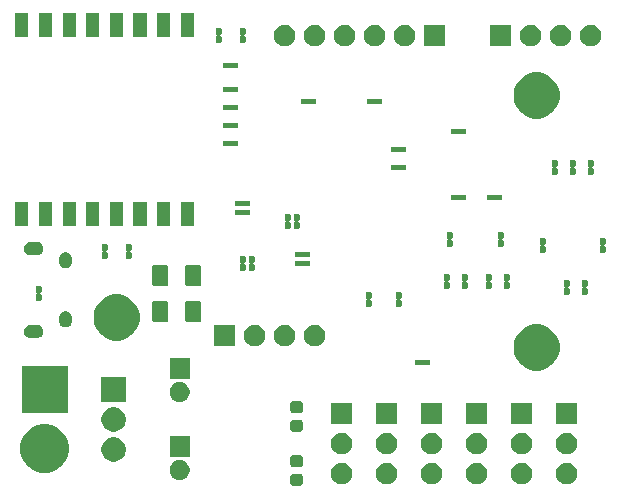
<source format=gbr>
G04 #@! TF.GenerationSoftware,KiCad,Pcbnew,(5.1.6)-1*
G04 #@! TF.CreationDate,2020-09-08T19:34:43-04:00*
G04 #@! TF.ProjectId,PayloadPrototypeBoard,5061796c-6f61-4645-9072-6f746f747970,rev?*
G04 #@! TF.SameCoordinates,Original*
G04 #@! TF.FileFunction,Soldermask,Bot*
G04 #@! TF.FilePolarity,Negative*
%FSLAX46Y46*%
G04 Gerber Fmt 4.6, Leading zero omitted, Abs format (unit mm)*
G04 Created by KiCad (PCBNEW (5.1.6)-1) date 2020-09-08 19:34:43*
%MOMM*%
%LPD*%
G01*
G04 APERTURE LIST*
%ADD10C,0.100000*%
G04 APERTURE END LIST*
D10*
G36*
X52165674Y-99109643D02*
G01*
X52206667Y-99122078D01*
X52244448Y-99142273D01*
X52277556Y-99169444D01*
X52304727Y-99202552D01*
X52324922Y-99240333D01*
X52337357Y-99281326D01*
X52341800Y-99326441D01*
X52341800Y-99860559D01*
X52337357Y-99905674D01*
X52324922Y-99946667D01*
X52304727Y-99984448D01*
X52277556Y-100017556D01*
X52244448Y-100044727D01*
X52206667Y-100064922D01*
X52165674Y-100077357D01*
X52120559Y-100081800D01*
X51511441Y-100081800D01*
X51466326Y-100077357D01*
X51425333Y-100064922D01*
X51387552Y-100044727D01*
X51354444Y-100017556D01*
X51327273Y-99984448D01*
X51307078Y-99946667D01*
X51294643Y-99905674D01*
X51290200Y-99860559D01*
X51290200Y-99326441D01*
X51294643Y-99281326D01*
X51307078Y-99240333D01*
X51327273Y-99202552D01*
X51354444Y-99169444D01*
X51387552Y-99142273D01*
X51425333Y-99122078D01*
X51466326Y-99109643D01*
X51511441Y-99105200D01*
X52120559Y-99105200D01*
X52165674Y-99109643D01*
G37*
G36*
X67318754Y-98193817D02*
G01*
X67482689Y-98261721D01*
X67630227Y-98360303D01*
X67755697Y-98485773D01*
X67854279Y-98633311D01*
X67922183Y-98797246D01*
X67956800Y-98971279D01*
X67956800Y-99148721D01*
X67922183Y-99322754D01*
X67854279Y-99486689D01*
X67755697Y-99634227D01*
X67630227Y-99759697D01*
X67482689Y-99858279D01*
X67318754Y-99926183D01*
X67144721Y-99960800D01*
X66967279Y-99960800D01*
X66793246Y-99926183D01*
X66629311Y-99858279D01*
X66481773Y-99759697D01*
X66356303Y-99634227D01*
X66257721Y-99486689D01*
X66189817Y-99322754D01*
X66155200Y-99148721D01*
X66155200Y-98971279D01*
X66189817Y-98797246D01*
X66257721Y-98633311D01*
X66356303Y-98485773D01*
X66481773Y-98360303D01*
X66629311Y-98261721D01*
X66793246Y-98193817D01*
X66967279Y-98159200D01*
X67144721Y-98159200D01*
X67318754Y-98193817D01*
G37*
G36*
X71128754Y-98193817D02*
G01*
X71292689Y-98261721D01*
X71440227Y-98360303D01*
X71565697Y-98485773D01*
X71664279Y-98633311D01*
X71732183Y-98797246D01*
X71766800Y-98971279D01*
X71766800Y-99148721D01*
X71732183Y-99322754D01*
X71664279Y-99486689D01*
X71565697Y-99634227D01*
X71440227Y-99759697D01*
X71292689Y-99858279D01*
X71128754Y-99926183D01*
X70954721Y-99960800D01*
X70777279Y-99960800D01*
X70603246Y-99926183D01*
X70439311Y-99858279D01*
X70291773Y-99759697D01*
X70166303Y-99634227D01*
X70067721Y-99486689D01*
X69999817Y-99322754D01*
X69965200Y-99148721D01*
X69965200Y-98971279D01*
X69999817Y-98797246D01*
X70067721Y-98633311D01*
X70166303Y-98485773D01*
X70291773Y-98360303D01*
X70439311Y-98261721D01*
X70603246Y-98193817D01*
X70777279Y-98159200D01*
X70954721Y-98159200D01*
X71128754Y-98193817D01*
G37*
G36*
X63508754Y-98193817D02*
G01*
X63672689Y-98261721D01*
X63820227Y-98360303D01*
X63945697Y-98485773D01*
X64044279Y-98633311D01*
X64112183Y-98797246D01*
X64146800Y-98971279D01*
X64146800Y-99148721D01*
X64112183Y-99322754D01*
X64044279Y-99486689D01*
X63945697Y-99634227D01*
X63820227Y-99759697D01*
X63672689Y-99858279D01*
X63508754Y-99926183D01*
X63334721Y-99960800D01*
X63157279Y-99960800D01*
X62983246Y-99926183D01*
X62819311Y-99858279D01*
X62671773Y-99759697D01*
X62546303Y-99634227D01*
X62447721Y-99486689D01*
X62379817Y-99322754D01*
X62345200Y-99148721D01*
X62345200Y-98971279D01*
X62379817Y-98797246D01*
X62447721Y-98633311D01*
X62546303Y-98485773D01*
X62671773Y-98360303D01*
X62819311Y-98261721D01*
X62983246Y-98193817D01*
X63157279Y-98159200D01*
X63334721Y-98159200D01*
X63508754Y-98193817D01*
G37*
G36*
X59698754Y-98193817D02*
G01*
X59862689Y-98261721D01*
X60010227Y-98360303D01*
X60135697Y-98485773D01*
X60234279Y-98633311D01*
X60302183Y-98797246D01*
X60336800Y-98971279D01*
X60336800Y-99148721D01*
X60302183Y-99322754D01*
X60234279Y-99486689D01*
X60135697Y-99634227D01*
X60010227Y-99759697D01*
X59862689Y-99858279D01*
X59698754Y-99926183D01*
X59524721Y-99960800D01*
X59347279Y-99960800D01*
X59173246Y-99926183D01*
X59009311Y-99858279D01*
X58861773Y-99759697D01*
X58736303Y-99634227D01*
X58637721Y-99486689D01*
X58569817Y-99322754D01*
X58535200Y-99148721D01*
X58535200Y-98971279D01*
X58569817Y-98797246D01*
X58637721Y-98633311D01*
X58736303Y-98485773D01*
X58861773Y-98360303D01*
X59009311Y-98261721D01*
X59173246Y-98193817D01*
X59347279Y-98159200D01*
X59524721Y-98159200D01*
X59698754Y-98193817D01*
G37*
G36*
X55888754Y-98193817D02*
G01*
X56052689Y-98261721D01*
X56200227Y-98360303D01*
X56325697Y-98485773D01*
X56424279Y-98633311D01*
X56492183Y-98797246D01*
X56526800Y-98971279D01*
X56526800Y-99148721D01*
X56492183Y-99322754D01*
X56424279Y-99486689D01*
X56325697Y-99634227D01*
X56200227Y-99759697D01*
X56052689Y-99858279D01*
X55888754Y-99926183D01*
X55714721Y-99960800D01*
X55537279Y-99960800D01*
X55363246Y-99926183D01*
X55199311Y-99858279D01*
X55051773Y-99759697D01*
X54926303Y-99634227D01*
X54827721Y-99486689D01*
X54759817Y-99322754D01*
X54725200Y-99148721D01*
X54725200Y-98971279D01*
X54759817Y-98797246D01*
X54827721Y-98633311D01*
X54926303Y-98485773D01*
X55051773Y-98360303D01*
X55199311Y-98261721D01*
X55363246Y-98193817D01*
X55537279Y-98159200D01*
X55714721Y-98159200D01*
X55888754Y-98193817D01*
G37*
G36*
X74938754Y-98193817D02*
G01*
X75102689Y-98261721D01*
X75250227Y-98360303D01*
X75375697Y-98485773D01*
X75474279Y-98633311D01*
X75542183Y-98797246D01*
X75576800Y-98971279D01*
X75576800Y-99148721D01*
X75542183Y-99322754D01*
X75474279Y-99486689D01*
X75375697Y-99634227D01*
X75250227Y-99759697D01*
X75102689Y-99858279D01*
X74938754Y-99926183D01*
X74764721Y-99960800D01*
X74587279Y-99960800D01*
X74413246Y-99926183D01*
X74249311Y-99858279D01*
X74101773Y-99759697D01*
X73976303Y-99634227D01*
X73877721Y-99486689D01*
X73809817Y-99322754D01*
X73775200Y-99148721D01*
X73775200Y-98971279D01*
X73809817Y-98797246D01*
X73877721Y-98633311D01*
X73976303Y-98485773D01*
X74101773Y-98360303D01*
X74249311Y-98261721D01*
X74413246Y-98193817D01*
X74587279Y-98159200D01*
X74764721Y-98159200D01*
X74938754Y-98193817D01*
G37*
G36*
X42158169Y-97955895D02*
G01*
X42313005Y-98020031D01*
X42452354Y-98113140D01*
X42570860Y-98231646D01*
X42663969Y-98370995D01*
X42728105Y-98525831D01*
X42760800Y-98690203D01*
X42760800Y-98857797D01*
X42728105Y-99022169D01*
X42663969Y-99177005D01*
X42570860Y-99316354D01*
X42452354Y-99434860D01*
X42313005Y-99527969D01*
X42158169Y-99592105D01*
X41993797Y-99624800D01*
X41826203Y-99624800D01*
X41661831Y-99592105D01*
X41506995Y-99527969D01*
X41367646Y-99434860D01*
X41249140Y-99316354D01*
X41156031Y-99177005D01*
X41091895Y-99022169D01*
X41059200Y-98857797D01*
X41059200Y-98690203D01*
X41091895Y-98525831D01*
X41156031Y-98370995D01*
X41249140Y-98231646D01*
X41367646Y-98113140D01*
X41506995Y-98020031D01*
X41661831Y-97955895D01*
X41826203Y-97923200D01*
X41993797Y-97923200D01*
X42158169Y-97955895D01*
G37*
G36*
X31078197Y-94976011D02*
G01*
X31451419Y-95130604D01*
X31787310Y-95355040D01*
X32072960Y-95640690D01*
X32297396Y-95976581D01*
X32451989Y-96349803D01*
X32530800Y-96746014D01*
X32530800Y-97149986D01*
X32451989Y-97546197D01*
X32297396Y-97919419D01*
X32072960Y-98255310D01*
X31787310Y-98540960D01*
X31451419Y-98765396D01*
X31078197Y-98919989D01*
X30681986Y-98998800D01*
X30278014Y-98998800D01*
X29881803Y-98919989D01*
X29508581Y-98765396D01*
X29172690Y-98540960D01*
X28887040Y-98255310D01*
X28662604Y-97919419D01*
X28508011Y-97546197D01*
X28429200Y-97149986D01*
X28429200Y-96746014D01*
X28508011Y-96349803D01*
X28662604Y-95976581D01*
X28887040Y-95640690D01*
X29172690Y-95355040D01*
X29508581Y-95130604D01*
X29881803Y-94976011D01*
X30278014Y-94897200D01*
X30681986Y-94897200D01*
X31078197Y-94976011D01*
G37*
G36*
X52165674Y-97534643D02*
G01*
X52206667Y-97547078D01*
X52244448Y-97567273D01*
X52277556Y-97594444D01*
X52304727Y-97627552D01*
X52324922Y-97665333D01*
X52337357Y-97706326D01*
X52341800Y-97751441D01*
X52341800Y-98285559D01*
X52337357Y-98330674D01*
X52324922Y-98371667D01*
X52304727Y-98409448D01*
X52277556Y-98442556D01*
X52244448Y-98469727D01*
X52206667Y-98489922D01*
X52165674Y-98502357D01*
X52120559Y-98506800D01*
X51511441Y-98506800D01*
X51466326Y-98502357D01*
X51425333Y-98489922D01*
X51387552Y-98469727D01*
X51354444Y-98442556D01*
X51327273Y-98409448D01*
X51307078Y-98371667D01*
X51294643Y-98330674D01*
X51290200Y-98285559D01*
X51290200Y-97751441D01*
X51294643Y-97706326D01*
X51307078Y-97665333D01*
X51327273Y-97627552D01*
X51354444Y-97594444D01*
X51387552Y-97567273D01*
X51425333Y-97547078D01*
X51466326Y-97534643D01*
X51511441Y-97530200D01*
X52120559Y-97530200D01*
X52165674Y-97534643D01*
G37*
G36*
X36628508Y-96017582D02*
G01*
X36819741Y-96096793D01*
X36991847Y-96211791D01*
X37138209Y-96358153D01*
X37253207Y-96530259D01*
X37332418Y-96721492D01*
X37372800Y-96924505D01*
X37372800Y-97131495D01*
X37332418Y-97334508D01*
X37253207Y-97525741D01*
X37138209Y-97697847D01*
X36991847Y-97844209D01*
X36819741Y-97959207D01*
X36628508Y-98038418D01*
X36425495Y-98078800D01*
X36218505Y-98078800D01*
X36015492Y-98038418D01*
X35824259Y-97959207D01*
X35652153Y-97844209D01*
X35505791Y-97697847D01*
X35390793Y-97525741D01*
X35311582Y-97334508D01*
X35271200Y-97131495D01*
X35271200Y-96924505D01*
X35311582Y-96721492D01*
X35390793Y-96530259D01*
X35505791Y-96358153D01*
X35652153Y-96211791D01*
X35824259Y-96096793D01*
X36015492Y-96017582D01*
X36218505Y-95977200D01*
X36425495Y-95977200D01*
X36628508Y-96017582D01*
G37*
G36*
X42760800Y-97624800D02*
G01*
X41059200Y-97624800D01*
X41059200Y-95923200D01*
X42760800Y-95923200D01*
X42760800Y-97624800D01*
G37*
G36*
X74938754Y-95653817D02*
G01*
X75102689Y-95721721D01*
X75250227Y-95820303D01*
X75375697Y-95945773D01*
X75474279Y-96093311D01*
X75542183Y-96257246D01*
X75576800Y-96431279D01*
X75576800Y-96608721D01*
X75542183Y-96782754D01*
X75474279Y-96946689D01*
X75375697Y-97094227D01*
X75250227Y-97219697D01*
X75102689Y-97318279D01*
X74938754Y-97386183D01*
X74764721Y-97420800D01*
X74587279Y-97420800D01*
X74413246Y-97386183D01*
X74249311Y-97318279D01*
X74101773Y-97219697D01*
X73976303Y-97094227D01*
X73877721Y-96946689D01*
X73809817Y-96782754D01*
X73775200Y-96608721D01*
X73775200Y-96431279D01*
X73809817Y-96257246D01*
X73877721Y-96093311D01*
X73976303Y-95945773D01*
X74101773Y-95820303D01*
X74249311Y-95721721D01*
X74413246Y-95653817D01*
X74587279Y-95619200D01*
X74764721Y-95619200D01*
X74938754Y-95653817D01*
G37*
G36*
X71128754Y-95653817D02*
G01*
X71292689Y-95721721D01*
X71440227Y-95820303D01*
X71565697Y-95945773D01*
X71664279Y-96093311D01*
X71732183Y-96257246D01*
X71766800Y-96431279D01*
X71766800Y-96608721D01*
X71732183Y-96782754D01*
X71664279Y-96946689D01*
X71565697Y-97094227D01*
X71440227Y-97219697D01*
X71292689Y-97318279D01*
X71128754Y-97386183D01*
X70954721Y-97420800D01*
X70777279Y-97420800D01*
X70603246Y-97386183D01*
X70439311Y-97318279D01*
X70291773Y-97219697D01*
X70166303Y-97094227D01*
X70067721Y-96946689D01*
X69999817Y-96782754D01*
X69965200Y-96608721D01*
X69965200Y-96431279D01*
X69999817Y-96257246D01*
X70067721Y-96093311D01*
X70166303Y-95945773D01*
X70291773Y-95820303D01*
X70439311Y-95721721D01*
X70603246Y-95653817D01*
X70777279Y-95619200D01*
X70954721Y-95619200D01*
X71128754Y-95653817D01*
G37*
G36*
X67318754Y-95653817D02*
G01*
X67482689Y-95721721D01*
X67630227Y-95820303D01*
X67755697Y-95945773D01*
X67854279Y-96093311D01*
X67922183Y-96257246D01*
X67956800Y-96431279D01*
X67956800Y-96608721D01*
X67922183Y-96782754D01*
X67854279Y-96946689D01*
X67755697Y-97094227D01*
X67630227Y-97219697D01*
X67482689Y-97318279D01*
X67318754Y-97386183D01*
X67144721Y-97420800D01*
X66967279Y-97420800D01*
X66793246Y-97386183D01*
X66629311Y-97318279D01*
X66481773Y-97219697D01*
X66356303Y-97094227D01*
X66257721Y-96946689D01*
X66189817Y-96782754D01*
X66155200Y-96608721D01*
X66155200Y-96431279D01*
X66189817Y-96257246D01*
X66257721Y-96093311D01*
X66356303Y-95945773D01*
X66481773Y-95820303D01*
X66629311Y-95721721D01*
X66793246Y-95653817D01*
X66967279Y-95619200D01*
X67144721Y-95619200D01*
X67318754Y-95653817D01*
G37*
G36*
X63508754Y-95653817D02*
G01*
X63672689Y-95721721D01*
X63820227Y-95820303D01*
X63945697Y-95945773D01*
X64044279Y-96093311D01*
X64112183Y-96257246D01*
X64146800Y-96431279D01*
X64146800Y-96608721D01*
X64112183Y-96782754D01*
X64044279Y-96946689D01*
X63945697Y-97094227D01*
X63820227Y-97219697D01*
X63672689Y-97318279D01*
X63508754Y-97386183D01*
X63334721Y-97420800D01*
X63157279Y-97420800D01*
X62983246Y-97386183D01*
X62819311Y-97318279D01*
X62671773Y-97219697D01*
X62546303Y-97094227D01*
X62447721Y-96946689D01*
X62379817Y-96782754D01*
X62345200Y-96608721D01*
X62345200Y-96431279D01*
X62379817Y-96257246D01*
X62447721Y-96093311D01*
X62546303Y-95945773D01*
X62671773Y-95820303D01*
X62819311Y-95721721D01*
X62983246Y-95653817D01*
X63157279Y-95619200D01*
X63334721Y-95619200D01*
X63508754Y-95653817D01*
G37*
G36*
X55888754Y-95653817D02*
G01*
X56052689Y-95721721D01*
X56200227Y-95820303D01*
X56325697Y-95945773D01*
X56424279Y-96093311D01*
X56492183Y-96257246D01*
X56526800Y-96431279D01*
X56526800Y-96608721D01*
X56492183Y-96782754D01*
X56424279Y-96946689D01*
X56325697Y-97094227D01*
X56200227Y-97219697D01*
X56052689Y-97318279D01*
X55888754Y-97386183D01*
X55714721Y-97420800D01*
X55537279Y-97420800D01*
X55363246Y-97386183D01*
X55199311Y-97318279D01*
X55051773Y-97219697D01*
X54926303Y-97094227D01*
X54827721Y-96946689D01*
X54759817Y-96782754D01*
X54725200Y-96608721D01*
X54725200Y-96431279D01*
X54759817Y-96257246D01*
X54827721Y-96093311D01*
X54926303Y-95945773D01*
X55051773Y-95820303D01*
X55199311Y-95721721D01*
X55363246Y-95653817D01*
X55537279Y-95619200D01*
X55714721Y-95619200D01*
X55888754Y-95653817D01*
G37*
G36*
X59698754Y-95653817D02*
G01*
X59862689Y-95721721D01*
X60010227Y-95820303D01*
X60135697Y-95945773D01*
X60234279Y-96093311D01*
X60302183Y-96257246D01*
X60336800Y-96431279D01*
X60336800Y-96608721D01*
X60302183Y-96782754D01*
X60234279Y-96946689D01*
X60135697Y-97094227D01*
X60010227Y-97219697D01*
X59862689Y-97318279D01*
X59698754Y-97386183D01*
X59524721Y-97420800D01*
X59347279Y-97420800D01*
X59173246Y-97386183D01*
X59009311Y-97318279D01*
X58861773Y-97219697D01*
X58736303Y-97094227D01*
X58637721Y-96946689D01*
X58569817Y-96782754D01*
X58535200Y-96608721D01*
X58535200Y-96431279D01*
X58569817Y-96257246D01*
X58637721Y-96093311D01*
X58736303Y-95945773D01*
X58861773Y-95820303D01*
X59009311Y-95721721D01*
X59173246Y-95653817D01*
X59347279Y-95619200D01*
X59524721Y-95619200D01*
X59698754Y-95653817D01*
G37*
G36*
X36628508Y-93477582D02*
G01*
X36819741Y-93556793D01*
X36991847Y-93671791D01*
X37138209Y-93818153D01*
X37253207Y-93990259D01*
X37332418Y-94181492D01*
X37372800Y-94384505D01*
X37372800Y-94591495D01*
X37332418Y-94794508D01*
X37253207Y-94985741D01*
X37138209Y-95157847D01*
X36991847Y-95304209D01*
X36819741Y-95419207D01*
X36628508Y-95498418D01*
X36425495Y-95538800D01*
X36218505Y-95538800D01*
X36015492Y-95498418D01*
X35824259Y-95419207D01*
X35652153Y-95304209D01*
X35505791Y-95157847D01*
X35390793Y-94985741D01*
X35311582Y-94794508D01*
X35271200Y-94591495D01*
X35271200Y-94384505D01*
X35311582Y-94181492D01*
X35390793Y-93990259D01*
X35505791Y-93818153D01*
X35652153Y-93671791D01*
X35824259Y-93556793D01*
X36015492Y-93477582D01*
X36218505Y-93437200D01*
X36425495Y-93437200D01*
X36628508Y-93477582D01*
G37*
G36*
X52165674Y-94537643D02*
G01*
X52206667Y-94550078D01*
X52244448Y-94570273D01*
X52277556Y-94597444D01*
X52304727Y-94630552D01*
X52324922Y-94668333D01*
X52337357Y-94709326D01*
X52341800Y-94754441D01*
X52341800Y-95288559D01*
X52337357Y-95333674D01*
X52324922Y-95374667D01*
X52304727Y-95412448D01*
X52277556Y-95445556D01*
X52244448Y-95472727D01*
X52206667Y-95492922D01*
X52165674Y-95505357D01*
X52120559Y-95509800D01*
X51511441Y-95509800D01*
X51466326Y-95505357D01*
X51425333Y-95492922D01*
X51387552Y-95472727D01*
X51354444Y-95445556D01*
X51327273Y-95412448D01*
X51307078Y-95374667D01*
X51294643Y-95333674D01*
X51290200Y-95288559D01*
X51290200Y-94754441D01*
X51294643Y-94709326D01*
X51307078Y-94668333D01*
X51327273Y-94630552D01*
X51354444Y-94597444D01*
X51387552Y-94570273D01*
X51425333Y-94550078D01*
X51466326Y-94537643D01*
X51511441Y-94533200D01*
X52120559Y-94533200D01*
X52165674Y-94537643D01*
G37*
G36*
X56526800Y-94880800D02*
G01*
X54725200Y-94880800D01*
X54725200Y-93079200D01*
X56526800Y-93079200D01*
X56526800Y-94880800D01*
G37*
G36*
X71766800Y-94880800D02*
G01*
X69965200Y-94880800D01*
X69965200Y-93079200D01*
X71766800Y-93079200D01*
X71766800Y-94880800D01*
G37*
G36*
X67956800Y-94880800D02*
G01*
X66155200Y-94880800D01*
X66155200Y-93079200D01*
X67956800Y-93079200D01*
X67956800Y-94880800D01*
G37*
G36*
X64146800Y-94880800D02*
G01*
X62345200Y-94880800D01*
X62345200Y-93079200D01*
X64146800Y-93079200D01*
X64146800Y-94880800D01*
G37*
G36*
X75576800Y-94880800D02*
G01*
X73775200Y-94880800D01*
X73775200Y-93079200D01*
X75576800Y-93079200D01*
X75576800Y-94880800D01*
G37*
G36*
X60336800Y-94880800D02*
G01*
X58535200Y-94880800D01*
X58535200Y-93079200D01*
X60336800Y-93079200D01*
X60336800Y-94880800D01*
G37*
G36*
X52165674Y-92962643D02*
G01*
X52206667Y-92975078D01*
X52244448Y-92995273D01*
X52277556Y-93022444D01*
X52304727Y-93055552D01*
X52324922Y-93093333D01*
X52337357Y-93134326D01*
X52341800Y-93179441D01*
X52341800Y-93713559D01*
X52337357Y-93758674D01*
X52324922Y-93799667D01*
X52304727Y-93837448D01*
X52277556Y-93870556D01*
X52244448Y-93897727D01*
X52206667Y-93917922D01*
X52165674Y-93930357D01*
X52120559Y-93934800D01*
X51511441Y-93934800D01*
X51466326Y-93930357D01*
X51425333Y-93917922D01*
X51387552Y-93897727D01*
X51354444Y-93870556D01*
X51327273Y-93837448D01*
X51307078Y-93799667D01*
X51294643Y-93758674D01*
X51290200Y-93713559D01*
X51290200Y-93179441D01*
X51294643Y-93134326D01*
X51307078Y-93093333D01*
X51327273Y-93055552D01*
X51354444Y-93022444D01*
X51387552Y-92995273D01*
X51425333Y-92975078D01*
X51466326Y-92962643D01*
X51511441Y-92958200D01*
X52120559Y-92958200D01*
X52165674Y-92962643D01*
G37*
G36*
X32430800Y-93898800D02*
G01*
X28529200Y-93898800D01*
X28529200Y-89997200D01*
X32430800Y-89997200D01*
X32430800Y-93898800D01*
G37*
G36*
X42158169Y-91351895D02*
G01*
X42313005Y-91416031D01*
X42452354Y-91509140D01*
X42570860Y-91627646D01*
X42663969Y-91766995D01*
X42728105Y-91921831D01*
X42760800Y-92086203D01*
X42760800Y-92253797D01*
X42728105Y-92418169D01*
X42663969Y-92573005D01*
X42570860Y-92712354D01*
X42452354Y-92830860D01*
X42313005Y-92923969D01*
X42158169Y-92988105D01*
X41993797Y-93020800D01*
X41826203Y-93020800D01*
X41661831Y-92988105D01*
X41506995Y-92923969D01*
X41367646Y-92830860D01*
X41249140Y-92712354D01*
X41156031Y-92573005D01*
X41091895Y-92418169D01*
X41059200Y-92253797D01*
X41059200Y-92086203D01*
X41091895Y-91921831D01*
X41156031Y-91766995D01*
X41249140Y-91627646D01*
X41367646Y-91509140D01*
X41506995Y-91416031D01*
X41661831Y-91351895D01*
X41826203Y-91319200D01*
X41993797Y-91319200D01*
X42158169Y-91351895D01*
G37*
G36*
X37372800Y-92998800D02*
G01*
X35271200Y-92998800D01*
X35271200Y-90897200D01*
X37372800Y-90897200D01*
X37372800Y-92998800D01*
G37*
G36*
X42760800Y-91020800D02*
G01*
X41059200Y-91020800D01*
X41059200Y-89319200D01*
X42760800Y-89319200D01*
X42760800Y-91020800D01*
G37*
G36*
X72705028Y-86516168D02*
G01*
X73060051Y-86663223D01*
X73379564Y-86876715D01*
X73651285Y-87148436D01*
X73864777Y-87467949D01*
X74011832Y-87822972D01*
X74086800Y-88199863D01*
X74086800Y-88584137D01*
X74011832Y-88961028D01*
X73864777Y-89316051D01*
X73651285Y-89635564D01*
X73379564Y-89907285D01*
X73060051Y-90120777D01*
X72705028Y-90267832D01*
X72328137Y-90342800D01*
X71943863Y-90342800D01*
X71566972Y-90267832D01*
X71211949Y-90120777D01*
X70892436Y-89907285D01*
X70620715Y-89635564D01*
X70407223Y-89316051D01*
X70260168Y-88961028D01*
X70185200Y-88584137D01*
X70185200Y-88199863D01*
X70260168Y-87822972D01*
X70407223Y-87467949D01*
X70620715Y-87148436D01*
X70892436Y-86876715D01*
X71211949Y-86663223D01*
X71566972Y-86516168D01*
X71943863Y-86441200D01*
X72328137Y-86441200D01*
X72705028Y-86516168D01*
G37*
G36*
X62364257Y-89413362D02*
G01*
X62382976Y-89419040D01*
X62400222Y-89428259D01*
X62415337Y-89440663D01*
X62427740Y-89455776D01*
X62439199Y-89477214D01*
X62444732Y-89485494D01*
X62451773Y-89492535D01*
X62460054Y-89498068D01*
X62469254Y-89501879D01*
X62479021Y-89503821D01*
X62488979Y-89503821D01*
X62498746Y-89501879D01*
X62507947Y-89498068D01*
X62516227Y-89492535D01*
X62523268Y-89485494D01*
X62528801Y-89477214D01*
X62540260Y-89455776D01*
X62552663Y-89440663D01*
X62567778Y-89428259D01*
X62585024Y-89419040D01*
X62603743Y-89413362D01*
X62625693Y-89411200D01*
X62982307Y-89411200D01*
X63004257Y-89413362D01*
X63022976Y-89419040D01*
X63040222Y-89428259D01*
X63055337Y-89440663D01*
X63067741Y-89455778D01*
X63076960Y-89473024D01*
X63082638Y-89491743D01*
X63084800Y-89513693D01*
X63084800Y-89810307D01*
X63082638Y-89832257D01*
X63076960Y-89850976D01*
X63067741Y-89868222D01*
X63055337Y-89883337D01*
X63040222Y-89895741D01*
X63022976Y-89904960D01*
X63004257Y-89910638D01*
X62982307Y-89912800D01*
X62625693Y-89912800D01*
X62603743Y-89910638D01*
X62585024Y-89904960D01*
X62567778Y-89895741D01*
X62552663Y-89883337D01*
X62540260Y-89868224D01*
X62528801Y-89846786D01*
X62523268Y-89838506D01*
X62516227Y-89831465D01*
X62507946Y-89825932D01*
X62498746Y-89822121D01*
X62488979Y-89820179D01*
X62479021Y-89820179D01*
X62469254Y-89822121D01*
X62460053Y-89825932D01*
X62451773Y-89831465D01*
X62444732Y-89838506D01*
X62439199Y-89846786D01*
X62427740Y-89868224D01*
X62415337Y-89883337D01*
X62400222Y-89895741D01*
X62382976Y-89904960D01*
X62364257Y-89910638D01*
X62342307Y-89912800D01*
X61985693Y-89912800D01*
X61963743Y-89910638D01*
X61945024Y-89904960D01*
X61927778Y-89895741D01*
X61912663Y-89883337D01*
X61900259Y-89868222D01*
X61891040Y-89850976D01*
X61885362Y-89832257D01*
X61883200Y-89810307D01*
X61883200Y-89513693D01*
X61885362Y-89491743D01*
X61891040Y-89473024D01*
X61900259Y-89455778D01*
X61912663Y-89440663D01*
X61927778Y-89428259D01*
X61945024Y-89419040D01*
X61963743Y-89413362D01*
X61985693Y-89411200D01*
X62342307Y-89411200D01*
X62364257Y-89413362D01*
G37*
G36*
X51062754Y-86509817D02*
G01*
X51226689Y-86577721D01*
X51374227Y-86676303D01*
X51499697Y-86801773D01*
X51598279Y-86949311D01*
X51666183Y-87113246D01*
X51700800Y-87287279D01*
X51700800Y-87464721D01*
X51666183Y-87638754D01*
X51598279Y-87802689D01*
X51499697Y-87950227D01*
X51374227Y-88075697D01*
X51226689Y-88174279D01*
X51062754Y-88242183D01*
X50888721Y-88276800D01*
X50711279Y-88276800D01*
X50537246Y-88242183D01*
X50373311Y-88174279D01*
X50225773Y-88075697D01*
X50100303Y-87950227D01*
X50001721Y-87802689D01*
X49933817Y-87638754D01*
X49899200Y-87464721D01*
X49899200Y-87287279D01*
X49933817Y-87113246D01*
X50001721Y-86949311D01*
X50100303Y-86801773D01*
X50225773Y-86676303D01*
X50373311Y-86577721D01*
X50537246Y-86509817D01*
X50711279Y-86475200D01*
X50888721Y-86475200D01*
X51062754Y-86509817D01*
G37*
G36*
X53602754Y-86509817D02*
G01*
X53766689Y-86577721D01*
X53914227Y-86676303D01*
X54039697Y-86801773D01*
X54138279Y-86949311D01*
X54206183Y-87113246D01*
X54240800Y-87287279D01*
X54240800Y-87464721D01*
X54206183Y-87638754D01*
X54138279Y-87802689D01*
X54039697Y-87950227D01*
X53914227Y-88075697D01*
X53766689Y-88174279D01*
X53602754Y-88242183D01*
X53428721Y-88276800D01*
X53251279Y-88276800D01*
X53077246Y-88242183D01*
X52913311Y-88174279D01*
X52765773Y-88075697D01*
X52640303Y-87950227D01*
X52541721Y-87802689D01*
X52473817Y-87638754D01*
X52439200Y-87464721D01*
X52439200Y-87287279D01*
X52473817Y-87113246D01*
X52541721Y-86949311D01*
X52640303Y-86801773D01*
X52765773Y-86676303D01*
X52913311Y-86577721D01*
X53077246Y-86509817D01*
X53251279Y-86475200D01*
X53428721Y-86475200D01*
X53602754Y-86509817D01*
G37*
G36*
X46620800Y-88276800D02*
G01*
X44819200Y-88276800D01*
X44819200Y-86475200D01*
X46620800Y-86475200D01*
X46620800Y-88276800D01*
G37*
G36*
X48522754Y-86509817D02*
G01*
X48686689Y-86577721D01*
X48834227Y-86676303D01*
X48959697Y-86801773D01*
X49058279Y-86949311D01*
X49126183Y-87113246D01*
X49160800Y-87287279D01*
X49160800Y-87464721D01*
X49126183Y-87638754D01*
X49058279Y-87802689D01*
X48959697Y-87950227D01*
X48834227Y-88075697D01*
X48686689Y-88174279D01*
X48522754Y-88242183D01*
X48348721Y-88276800D01*
X48171279Y-88276800D01*
X47997246Y-88242183D01*
X47833311Y-88174279D01*
X47685773Y-88075697D01*
X47560303Y-87950227D01*
X47461721Y-87802689D01*
X47393817Y-87638754D01*
X47359200Y-87464721D01*
X47359200Y-87287279D01*
X47393817Y-87113246D01*
X47461721Y-86949311D01*
X47560303Y-86801773D01*
X47685773Y-86676303D01*
X47833311Y-86577721D01*
X47997246Y-86509817D01*
X48171279Y-86475200D01*
X48348721Y-86475200D01*
X48522754Y-86509817D01*
G37*
G36*
X37145028Y-83976168D02*
G01*
X37500051Y-84123223D01*
X37819564Y-84336715D01*
X38091285Y-84608436D01*
X38304777Y-84927949D01*
X38451832Y-85282972D01*
X38526800Y-85659863D01*
X38526800Y-86044137D01*
X38451832Y-86421028D01*
X38304777Y-86776051D01*
X38091285Y-87095564D01*
X37819564Y-87367285D01*
X37500051Y-87580777D01*
X37145028Y-87727832D01*
X36768137Y-87802800D01*
X36383863Y-87802800D01*
X36006972Y-87727832D01*
X35651949Y-87580777D01*
X35332436Y-87367285D01*
X35060715Y-87095564D01*
X34847223Y-86776051D01*
X34700168Y-86421028D01*
X34625200Y-86044137D01*
X34625200Y-85659863D01*
X34700168Y-85282972D01*
X34847223Y-84927949D01*
X35060715Y-84608436D01*
X35332436Y-84336715D01*
X35651949Y-84123223D01*
X36006972Y-83976168D01*
X36383863Y-83901200D01*
X36768137Y-83901200D01*
X37145028Y-83976168D01*
G37*
G36*
X29875758Y-86460746D02*
G01*
X29940970Y-86467169D01*
X29940972Y-86467170D01*
X29940976Y-86467170D01*
X30044802Y-86498665D01*
X30140489Y-86549811D01*
X30224359Y-86618641D01*
X30293189Y-86702511D01*
X30344335Y-86798198D01*
X30375830Y-86902024D01*
X30375830Y-86902028D01*
X30375831Y-86902030D01*
X30386465Y-87010000D01*
X30378038Y-87095564D01*
X30375830Y-87117976D01*
X30344335Y-87221802D01*
X30293189Y-87317489D01*
X30224359Y-87401359D01*
X30140489Y-87470189D01*
X30044802Y-87521335D01*
X29940976Y-87552830D01*
X29940972Y-87552830D01*
X29940970Y-87552831D01*
X29875758Y-87559254D01*
X29860057Y-87560800D01*
X29255943Y-87560800D01*
X29240242Y-87559254D01*
X29175030Y-87552831D01*
X29175028Y-87552830D01*
X29175024Y-87552830D01*
X29071198Y-87521335D01*
X28975511Y-87470189D01*
X28891641Y-87401359D01*
X28822811Y-87317489D01*
X28771665Y-87221802D01*
X28740170Y-87117976D01*
X28737963Y-87095564D01*
X28729535Y-87010000D01*
X28740169Y-86902030D01*
X28740170Y-86902028D01*
X28740170Y-86902024D01*
X28771665Y-86798198D01*
X28822811Y-86702511D01*
X28891641Y-86618641D01*
X28975511Y-86549811D01*
X29071198Y-86498665D01*
X29175024Y-86467170D01*
X29175028Y-86467170D01*
X29175030Y-86467169D01*
X29240242Y-86460746D01*
X29255943Y-86459200D01*
X29860057Y-86459200D01*
X29875758Y-86460746D01*
G37*
G36*
X32361075Y-85341808D02*
G01*
X32460188Y-85371874D01*
X32551532Y-85420698D01*
X32631596Y-85486404D01*
X32697302Y-85566468D01*
X32746126Y-85657813D01*
X32776192Y-85756926D01*
X32783800Y-85834171D01*
X32783800Y-86185830D01*
X32776192Y-86263075D01*
X32746126Y-86362188D01*
X32697302Y-86453532D01*
X32631596Y-86533596D01*
X32551532Y-86599302D01*
X32460187Y-86648126D01*
X32361074Y-86678192D01*
X32258000Y-86688344D01*
X32154925Y-86678192D01*
X32055812Y-86648126D01*
X31964468Y-86599302D01*
X31884404Y-86533596D01*
X31818698Y-86453532D01*
X31769874Y-86362187D01*
X31739808Y-86263074D01*
X31732200Y-86185829D01*
X31732200Y-85834170D01*
X31739808Y-85756925D01*
X31758908Y-85693962D01*
X31769874Y-85657813D01*
X31794287Y-85612140D01*
X31818699Y-85566468D01*
X31884405Y-85486404D01*
X31964469Y-85420698D01*
X32055813Y-85371874D01*
X32154926Y-85341808D01*
X32258000Y-85331656D01*
X32361075Y-85341808D01*
G37*
G36*
X43538699Y-84423049D02*
G01*
X43583648Y-84436684D01*
X43625072Y-84458826D01*
X43661379Y-84488621D01*
X43691174Y-84524928D01*
X43713316Y-84566352D01*
X43726951Y-84611301D01*
X43731800Y-84660533D01*
X43731800Y-86027467D01*
X43726951Y-86076699D01*
X43713316Y-86121648D01*
X43691174Y-86163072D01*
X43661379Y-86199379D01*
X43625072Y-86229174D01*
X43583648Y-86251316D01*
X43538699Y-86264951D01*
X43489467Y-86269800D01*
X42622533Y-86269800D01*
X42573301Y-86264951D01*
X42528352Y-86251316D01*
X42486928Y-86229174D01*
X42450621Y-86199379D01*
X42420826Y-86163072D01*
X42398684Y-86121648D01*
X42385049Y-86076699D01*
X42380200Y-86027467D01*
X42380200Y-84660533D01*
X42385049Y-84611301D01*
X42398684Y-84566352D01*
X42420826Y-84524928D01*
X42450621Y-84488621D01*
X42486928Y-84458826D01*
X42528352Y-84436684D01*
X42573301Y-84423049D01*
X42622533Y-84418200D01*
X43489467Y-84418200D01*
X43538699Y-84423049D01*
G37*
G36*
X40738699Y-84423049D02*
G01*
X40783648Y-84436684D01*
X40825072Y-84458826D01*
X40861379Y-84488621D01*
X40891174Y-84524928D01*
X40913316Y-84566352D01*
X40926951Y-84611301D01*
X40931800Y-84660533D01*
X40931800Y-86027467D01*
X40926951Y-86076699D01*
X40913316Y-86121648D01*
X40891174Y-86163072D01*
X40861379Y-86199379D01*
X40825072Y-86229174D01*
X40783648Y-86251316D01*
X40738699Y-86264951D01*
X40689467Y-86269800D01*
X39822533Y-86269800D01*
X39773301Y-86264951D01*
X39728352Y-86251316D01*
X39686928Y-86229174D01*
X39650621Y-86199379D01*
X39620826Y-86163072D01*
X39598684Y-86121648D01*
X39585049Y-86076699D01*
X39580200Y-86027467D01*
X39580200Y-84660533D01*
X39585049Y-84611301D01*
X39598684Y-84566352D01*
X39620826Y-84524928D01*
X39650621Y-84488621D01*
X39686928Y-84458826D01*
X39728352Y-84436684D01*
X39773301Y-84423049D01*
X39822533Y-84418200D01*
X40689467Y-84418200D01*
X40738699Y-84423049D01*
G37*
G36*
X60622257Y-83729362D02*
G01*
X60640976Y-83735040D01*
X60658222Y-83744259D01*
X60673337Y-83756663D01*
X60685741Y-83771778D01*
X60694960Y-83789024D01*
X60700638Y-83807743D01*
X60702800Y-83829693D01*
X60702800Y-84186307D01*
X60700638Y-84208257D01*
X60694960Y-84226976D01*
X60685741Y-84244222D01*
X60673337Y-84259337D01*
X60658224Y-84271740D01*
X60636786Y-84283199D01*
X60628506Y-84288732D01*
X60621465Y-84295773D01*
X60615932Y-84304054D01*
X60612121Y-84313254D01*
X60610179Y-84323021D01*
X60610179Y-84332979D01*
X60612121Y-84342746D01*
X60615932Y-84351947D01*
X60621465Y-84360227D01*
X60628506Y-84367268D01*
X60636786Y-84372801D01*
X60658224Y-84384260D01*
X60673337Y-84396663D01*
X60685741Y-84411778D01*
X60694960Y-84429024D01*
X60700638Y-84447743D01*
X60702800Y-84469693D01*
X60702800Y-84826307D01*
X60700638Y-84848257D01*
X60694960Y-84866976D01*
X60685741Y-84884222D01*
X60673337Y-84899337D01*
X60658222Y-84911741D01*
X60640976Y-84920960D01*
X60622257Y-84926638D01*
X60600307Y-84928800D01*
X60303693Y-84928800D01*
X60281743Y-84926638D01*
X60263024Y-84920960D01*
X60245778Y-84911741D01*
X60230663Y-84899337D01*
X60218259Y-84884222D01*
X60209040Y-84866976D01*
X60203362Y-84848257D01*
X60201200Y-84826307D01*
X60201200Y-84469693D01*
X60203362Y-84447743D01*
X60209040Y-84429024D01*
X60218259Y-84411778D01*
X60230663Y-84396663D01*
X60245776Y-84384260D01*
X60267214Y-84372801D01*
X60275494Y-84367268D01*
X60282535Y-84360227D01*
X60288068Y-84351946D01*
X60291879Y-84342746D01*
X60293821Y-84332979D01*
X60293821Y-84323021D01*
X60291879Y-84313254D01*
X60288068Y-84304053D01*
X60282535Y-84295773D01*
X60275494Y-84288732D01*
X60267214Y-84283199D01*
X60245776Y-84271740D01*
X60230663Y-84259337D01*
X60218259Y-84244222D01*
X60209040Y-84226976D01*
X60203362Y-84208257D01*
X60201200Y-84186307D01*
X60201200Y-83829693D01*
X60203362Y-83807743D01*
X60209040Y-83789024D01*
X60218259Y-83771778D01*
X60230663Y-83756663D01*
X60245778Y-83744259D01*
X60263024Y-83735040D01*
X60281743Y-83729362D01*
X60303693Y-83727200D01*
X60600307Y-83727200D01*
X60622257Y-83729362D01*
G37*
G36*
X58082257Y-83729362D02*
G01*
X58100976Y-83735040D01*
X58118222Y-83744259D01*
X58133337Y-83756663D01*
X58145741Y-83771778D01*
X58154960Y-83789024D01*
X58160638Y-83807743D01*
X58162800Y-83829693D01*
X58162800Y-84186307D01*
X58160638Y-84208257D01*
X58154960Y-84226976D01*
X58145741Y-84244222D01*
X58133337Y-84259337D01*
X58118224Y-84271740D01*
X58096786Y-84283199D01*
X58088506Y-84288732D01*
X58081465Y-84295773D01*
X58075932Y-84304054D01*
X58072121Y-84313254D01*
X58070179Y-84323021D01*
X58070179Y-84332979D01*
X58072121Y-84342746D01*
X58075932Y-84351947D01*
X58081465Y-84360227D01*
X58088506Y-84367268D01*
X58096786Y-84372801D01*
X58118224Y-84384260D01*
X58133337Y-84396663D01*
X58145741Y-84411778D01*
X58154960Y-84429024D01*
X58160638Y-84447743D01*
X58162800Y-84469693D01*
X58162800Y-84826307D01*
X58160638Y-84848257D01*
X58154960Y-84866976D01*
X58145741Y-84884222D01*
X58133337Y-84899337D01*
X58118222Y-84911741D01*
X58100976Y-84920960D01*
X58082257Y-84926638D01*
X58060307Y-84928800D01*
X57763693Y-84928800D01*
X57741743Y-84926638D01*
X57723024Y-84920960D01*
X57705778Y-84911741D01*
X57690663Y-84899337D01*
X57678259Y-84884222D01*
X57669040Y-84866976D01*
X57663362Y-84848257D01*
X57661200Y-84826307D01*
X57661200Y-84469693D01*
X57663362Y-84447743D01*
X57669040Y-84429024D01*
X57678259Y-84411778D01*
X57690663Y-84396663D01*
X57705776Y-84384260D01*
X57727214Y-84372801D01*
X57735494Y-84367268D01*
X57742535Y-84360227D01*
X57748068Y-84351946D01*
X57751879Y-84342746D01*
X57753821Y-84332979D01*
X57753821Y-84323021D01*
X57751879Y-84313254D01*
X57748068Y-84304053D01*
X57742535Y-84295773D01*
X57735494Y-84288732D01*
X57727214Y-84283199D01*
X57705776Y-84271740D01*
X57690663Y-84259337D01*
X57678259Y-84244222D01*
X57669040Y-84226976D01*
X57663362Y-84208257D01*
X57661200Y-84186307D01*
X57661200Y-83829693D01*
X57663362Y-83807743D01*
X57669040Y-83789024D01*
X57678259Y-83771778D01*
X57690663Y-83756663D01*
X57705778Y-83744259D01*
X57723024Y-83735040D01*
X57741743Y-83729362D01*
X57763693Y-83727200D01*
X58060307Y-83727200D01*
X58082257Y-83729362D01*
G37*
G36*
X30142257Y-83221362D02*
G01*
X30160976Y-83227040D01*
X30178222Y-83236259D01*
X30193337Y-83248663D01*
X30205741Y-83263778D01*
X30214960Y-83281024D01*
X30220638Y-83299743D01*
X30222800Y-83321693D01*
X30222800Y-83678307D01*
X30220638Y-83700257D01*
X30214960Y-83718976D01*
X30205741Y-83736222D01*
X30193337Y-83751337D01*
X30178224Y-83763740D01*
X30156786Y-83775199D01*
X30148506Y-83780732D01*
X30141465Y-83787773D01*
X30135932Y-83796054D01*
X30132121Y-83805254D01*
X30130179Y-83815021D01*
X30130179Y-83824979D01*
X30132121Y-83834746D01*
X30135932Y-83843947D01*
X30141465Y-83852227D01*
X30148506Y-83859268D01*
X30156786Y-83864801D01*
X30178224Y-83876260D01*
X30193337Y-83888663D01*
X30205741Y-83903778D01*
X30214960Y-83921024D01*
X30220638Y-83939743D01*
X30222800Y-83961693D01*
X30222800Y-84318307D01*
X30220638Y-84340257D01*
X30214960Y-84358976D01*
X30205741Y-84376222D01*
X30193337Y-84391337D01*
X30178222Y-84403741D01*
X30160976Y-84412960D01*
X30142257Y-84418638D01*
X30120307Y-84420800D01*
X29823693Y-84420800D01*
X29801743Y-84418638D01*
X29783024Y-84412960D01*
X29765778Y-84403741D01*
X29750663Y-84391337D01*
X29738259Y-84376222D01*
X29729040Y-84358976D01*
X29723362Y-84340257D01*
X29721200Y-84318307D01*
X29721200Y-83961693D01*
X29723362Y-83939743D01*
X29729040Y-83921024D01*
X29738259Y-83903778D01*
X29750663Y-83888663D01*
X29765776Y-83876260D01*
X29787214Y-83864801D01*
X29795494Y-83859268D01*
X29802535Y-83852227D01*
X29808068Y-83843946D01*
X29811879Y-83834746D01*
X29813821Y-83824979D01*
X29813821Y-83815021D01*
X29811879Y-83805254D01*
X29808068Y-83796053D01*
X29802535Y-83787773D01*
X29795494Y-83780732D01*
X29787214Y-83775199D01*
X29765776Y-83763740D01*
X29750663Y-83751337D01*
X29738259Y-83736222D01*
X29729040Y-83718976D01*
X29723362Y-83700257D01*
X29721200Y-83678307D01*
X29721200Y-83321693D01*
X29723362Y-83299743D01*
X29729040Y-83281024D01*
X29738259Y-83263778D01*
X29750663Y-83248663D01*
X29765778Y-83236259D01*
X29783024Y-83227040D01*
X29801743Y-83221362D01*
X29823693Y-83219200D01*
X30120307Y-83219200D01*
X30142257Y-83221362D01*
G37*
G36*
X74846257Y-82713362D02*
G01*
X74864976Y-82719040D01*
X74882222Y-82728259D01*
X74897337Y-82740663D01*
X74909741Y-82755778D01*
X74918960Y-82773024D01*
X74924638Y-82791743D01*
X74926800Y-82813693D01*
X74926800Y-83170307D01*
X74924638Y-83192257D01*
X74918960Y-83210976D01*
X74909741Y-83228222D01*
X74897337Y-83243337D01*
X74882224Y-83255740D01*
X74860786Y-83267199D01*
X74852506Y-83272732D01*
X74845465Y-83279773D01*
X74839932Y-83288054D01*
X74836121Y-83297254D01*
X74834179Y-83307021D01*
X74834179Y-83316979D01*
X74836121Y-83326746D01*
X74839932Y-83335947D01*
X74845465Y-83344227D01*
X74852506Y-83351268D01*
X74860786Y-83356801D01*
X74882224Y-83368260D01*
X74897337Y-83380663D01*
X74909741Y-83395778D01*
X74918960Y-83413024D01*
X74924638Y-83431743D01*
X74926800Y-83453693D01*
X74926800Y-83810307D01*
X74924638Y-83832257D01*
X74918960Y-83850976D01*
X74909741Y-83868222D01*
X74897337Y-83883337D01*
X74882222Y-83895741D01*
X74864976Y-83904960D01*
X74846257Y-83910638D01*
X74824307Y-83912800D01*
X74527693Y-83912800D01*
X74505743Y-83910638D01*
X74487024Y-83904960D01*
X74469778Y-83895741D01*
X74454663Y-83883337D01*
X74442259Y-83868222D01*
X74433040Y-83850976D01*
X74427362Y-83832257D01*
X74425200Y-83810307D01*
X74425200Y-83453693D01*
X74427362Y-83431743D01*
X74433040Y-83413024D01*
X74442259Y-83395778D01*
X74454663Y-83380663D01*
X74469776Y-83368260D01*
X74491214Y-83356801D01*
X74499494Y-83351268D01*
X74506535Y-83344227D01*
X74512068Y-83335946D01*
X74515879Y-83326746D01*
X74517821Y-83316979D01*
X74517821Y-83307021D01*
X74515879Y-83297254D01*
X74512068Y-83288053D01*
X74506535Y-83279773D01*
X74499494Y-83272732D01*
X74491214Y-83267199D01*
X74469776Y-83255740D01*
X74454663Y-83243337D01*
X74442259Y-83228222D01*
X74433040Y-83210976D01*
X74427362Y-83192257D01*
X74425200Y-83170307D01*
X74425200Y-82813693D01*
X74427362Y-82791743D01*
X74433040Y-82773024D01*
X74442259Y-82755778D01*
X74454663Y-82740663D01*
X74469778Y-82728259D01*
X74487024Y-82719040D01*
X74505743Y-82713362D01*
X74527693Y-82711200D01*
X74824307Y-82711200D01*
X74846257Y-82713362D01*
G37*
G36*
X76370257Y-82713362D02*
G01*
X76388976Y-82719040D01*
X76406222Y-82728259D01*
X76421337Y-82740663D01*
X76433741Y-82755778D01*
X76442960Y-82773024D01*
X76448638Y-82791743D01*
X76450800Y-82813693D01*
X76450800Y-83170307D01*
X76448638Y-83192257D01*
X76442960Y-83210976D01*
X76433741Y-83228222D01*
X76421337Y-83243337D01*
X76406224Y-83255740D01*
X76384786Y-83267199D01*
X76376506Y-83272732D01*
X76369465Y-83279773D01*
X76363932Y-83288054D01*
X76360121Y-83297254D01*
X76358179Y-83307021D01*
X76358179Y-83316979D01*
X76360121Y-83326746D01*
X76363932Y-83335947D01*
X76369465Y-83344227D01*
X76376506Y-83351268D01*
X76384786Y-83356801D01*
X76406224Y-83368260D01*
X76421337Y-83380663D01*
X76433741Y-83395778D01*
X76442960Y-83413024D01*
X76448638Y-83431743D01*
X76450800Y-83453693D01*
X76450800Y-83810307D01*
X76448638Y-83832257D01*
X76442960Y-83850976D01*
X76433741Y-83868222D01*
X76421337Y-83883337D01*
X76406222Y-83895741D01*
X76388976Y-83904960D01*
X76370257Y-83910638D01*
X76348307Y-83912800D01*
X76051693Y-83912800D01*
X76029743Y-83910638D01*
X76011024Y-83904960D01*
X75993778Y-83895741D01*
X75978663Y-83883337D01*
X75966259Y-83868222D01*
X75957040Y-83850976D01*
X75951362Y-83832257D01*
X75949200Y-83810307D01*
X75949200Y-83453693D01*
X75951362Y-83431743D01*
X75957040Y-83413024D01*
X75966259Y-83395778D01*
X75978663Y-83380663D01*
X75993776Y-83368260D01*
X76015214Y-83356801D01*
X76023494Y-83351268D01*
X76030535Y-83344227D01*
X76036068Y-83335946D01*
X76039879Y-83326746D01*
X76041821Y-83316979D01*
X76041821Y-83307021D01*
X76039879Y-83297254D01*
X76036068Y-83288053D01*
X76030535Y-83279773D01*
X76023494Y-83272732D01*
X76015214Y-83267199D01*
X75993776Y-83255740D01*
X75978663Y-83243337D01*
X75966259Y-83228222D01*
X75957040Y-83210976D01*
X75951362Y-83192257D01*
X75949200Y-83170307D01*
X75949200Y-82813693D01*
X75951362Y-82791743D01*
X75957040Y-82773024D01*
X75966259Y-82755778D01*
X75978663Y-82740663D01*
X75993778Y-82728259D01*
X76011024Y-82719040D01*
X76029743Y-82713362D01*
X76051693Y-82711200D01*
X76348307Y-82711200D01*
X76370257Y-82713362D01*
G37*
G36*
X66210257Y-82205362D02*
G01*
X66228976Y-82211040D01*
X66246222Y-82220259D01*
X66261337Y-82232663D01*
X66273741Y-82247778D01*
X66282960Y-82265024D01*
X66288638Y-82283743D01*
X66290800Y-82305693D01*
X66290800Y-82662307D01*
X66288638Y-82684257D01*
X66282960Y-82702976D01*
X66273741Y-82720222D01*
X66261337Y-82735337D01*
X66246224Y-82747740D01*
X66224786Y-82759199D01*
X66216506Y-82764732D01*
X66209465Y-82771773D01*
X66203932Y-82780054D01*
X66200121Y-82789254D01*
X66198179Y-82799021D01*
X66198179Y-82808979D01*
X66200121Y-82818746D01*
X66203932Y-82827947D01*
X66209465Y-82836227D01*
X66216506Y-82843268D01*
X66224786Y-82848801D01*
X66246224Y-82860260D01*
X66261337Y-82872663D01*
X66273741Y-82887778D01*
X66282960Y-82905024D01*
X66288638Y-82923743D01*
X66290800Y-82945693D01*
X66290800Y-83302307D01*
X66288638Y-83324257D01*
X66282960Y-83342976D01*
X66273741Y-83360222D01*
X66261337Y-83375337D01*
X66246222Y-83387741D01*
X66228976Y-83396960D01*
X66210257Y-83402638D01*
X66188307Y-83404800D01*
X65891693Y-83404800D01*
X65869743Y-83402638D01*
X65851024Y-83396960D01*
X65833778Y-83387741D01*
X65818663Y-83375337D01*
X65806259Y-83360222D01*
X65797040Y-83342976D01*
X65791362Y-83324257D01*
X65789200Y-83302307D01*
X65789200Y-82945693D01*
X65791362Y-82923743D01*
X65797040Y-82905024D01*
X65806259Y-82887778D01*
X65818663Y-82872663D01*
X65833776Y-82860260D01*
X65855214Y-82848801D01*
X65863494Y-82843268D01*
X65870535Y-82836227D01*
X65876068Y-82827946D01*
X65879879Y-82818746D01*
X65881821Y-82808979D01*
X65881821Y-82799021D01*
X65879879Y-82789254D01*
X65876068Y-82780053D01*
X65870535Y-82771773D01*
X65863494Y-82764732D01*
X65855214Y-82759199D01*
X65833776Y-82747740D01*
X65818663Y-82735337D01*
X65806259Y-82720222D01*
X65797040Y-82702976D01*
X65791362Y-82684257D01*
X65789200Y-82662307D01*
X65789200Y-82305693D01*
X65791362Y-82283743D01*
X65797040Y-82265024D01*
X65806259Y-82247778D01*
X65818663Y-82232663D01*
X65833778Y-82220259D01*
X65851024Y-82211040D01*
X65869743Y-82205362D01*
X65891693Y-82203200D01*
X66188307Y-82203200D01*
X66210257Y-82205362D01*
G37*
G36*
X64686257Y-82205362D02*
G01*
X64704976Y-82211040D01*
X64722222Y-82220259D01*
X64737337Y-82232663D01*
X64749741Y-82247778D01*
X64758960Y-82265024D01*
X64764638Y-82283743D01*
X64766800Y-82305693D01*
X64766800Y-82662307D01*
X64764638Y-82684257D01*
X64758960Y-82702976D01*
X64749741Y-82720222D01*
X64737337Y-82735337D01*
X64722224Y-82747740D01*
X64700786Y-82759199D01*
X64692506Y-82764732D01*
X64685465Y-82771773D01*
X64679932Y-82780054D01*
X64676121Y-82789254D01*
X64674179Y-82799021D01*
X64674179Y-82808979D01*
X64676121Y-82818746D01*
X64679932Y-82827947D01*
X64685465Y-82836227D01*
X64692506Y-82843268D01*
X64700786Y-82848801D01*
X64722224Y-82860260D01*
X64737337Y-82872663D01*
X64749741Y-82887778D01*
X64758960Y-82905024D01*
X64764638Y-82923743D01*
X64766800Y-82945693D01*
X64766800Y-83302307D01*
X64764638Y-83324257D01*
X64758960Y-83342976D01*
X64749741Y-83360222D01*
X64737337Y-83375337D01*
X64722222Y-83387741D01*
X64704976Y-83396960D01*
X64686257Y-83402638D01*
X64664307Y-83404800D01*
X64367693Y-83404800D01*
X64345743Y-83402638D01*
X64327024Y-83396960D01*
X64309778Y-83387741D01*
X64294663Y-83375337D01*
X64282259Y-83360222D01*
X64273040Y-83342976D01*
X64267362Y-83324257D01*
X64265200Y-83302307D01*
X64265200Y-82945693D01*
X64267362Y-82923743D01*
X64273040Y-82905024D01*
X64282259Y-82887778D01*
X64294663Y-82872663D01*
X64309776Y-82860260D01*
X64331214Y-82848801D01*
X64339494Y-82843268D01*
X64346535Y-82836227D01*
X64352068Y-82827946D01*
X64355879Y-82818746D01*
X64357821Y-82808979D01*
X64357821Y-82799021D01*
X64355879Y-82789254D01*
X64352068Y-82780053D01*
X64346535Y-82771773D01*
X64339494Y-82764732D01*
X64331214Y-82759199D01*
X64309776Y-82747740D01*
X64294663Y-82735337D01*
X64282259Y-82720222D01*
X64273040Y-82702976D01*
X64267362Y-82684257D01*
X64265200Y-82662307D01*
X64265200Y-82305693D01*
X64267362Y-82283743D01*
X64273040Y-82265024D01*
X64282259Y-82247778D01*
X64294663Y-82232663D01*
X64309778Y-82220259D01*
X64327024Y-82211040D01*
X64345743Y-82205362D01*
X64367693Y-82203200D01*
X64664307Y-82203200D01*
X64686257Y-82205362D01*
G37*
G36*
X68242257Y-82205362D02*
G01*
X68260976Y-82211040D01*
X68278222Y-82220259D01*
X68293337Y-82232663D01*
X68305741Y-82247778D01*
X68314960Y-82265024D01*
X68320638Y-82283743D01*
X68322800Y-82305693D01*
X68322800Y-82662307D01*
X68320638Y-82684257D01*
X68314960Y-82702976D01*
X68305741Y-82720222D01*
X68293337Y-82735337D01*
X68278224Y-82747740D01*
X68256786Y-82759199D01*
X68248506Y-82764732D01*
X68241465Y-82771773D01*
X68235932Y-82780054D01*
X68232121Y-82789254D01*
X68230179Y-82799021D01*
X68230179Y-82808979D01*
X68232121Y-82818746D01*
X68235932Y-82827947D01*
X68241465Y-82836227D01*
X68248506Y-82843268D01*
X68256786Y-82848801D01*
X68278224Y-82860260D01*
X68293337Y-82872663D01*
X68305741Y-82887778D01*
X68314960Y-82905024D01*
X68320638Y-82923743D01*
X68322800Y-82945693D01*
X68322800Y-83302307D01*
X68320638Y-83324257D01*
X68314960Y-83342976D01*
X68305741Y-83360222D01*
X68293337Y-83375337D01*
X68278222Y-83387741D01*
X68260976Y-83396960D01*
X68242257Y-83402638D01*
X68220307Y-83404800D01*
X67923693Y-83404800D01*
X67901743Y-83402638D01*
X67883024Y-83396960D01*
X67865778Y-83387741D01*
X67850663Y-83375337D01*
X67838259Y-83360222D01*
X67829040Y-83342976D01*
X67823362Y-83324257D01*
X67821200Y-83302307D01*
X67821200Y-82945693D01*
X67823362Y-82923743D01*
X67829040Y-82905024D01*
X67838259Y-82887778D01*
X67850663Y-82872663D01*
X67865776Y-82860260D01*
X67887214Y-82848801D01*
X67895494Y-82843268D01*
X67902535Y-82836227D01*
X67908068Y-82827946D01*
X67911879Y-82818746D01*
X67913821Y-82808979D01*
X67913821Y-82799021D01*
X67911879Y-82789254D01*
X67908068Y-82780053D01*
X67902535Y-82771773D01*
X67895494Y-82764732D01*
X67887214Y-82759199D01*
X67865776Y-82747740D01*
X67850663Y-82735337D01*
X67838259Y-82720222D01*
X67829040Y-82702976D01*
X67823362Y-82684257D01*
X67821200Y-82662307D01*
X67821200Y-82305693D01*
X67823362Y-82283743D01*
X67829040Y-82265024D01*
X67838259Y-82247778D01*
X67850663Y-82232663D01*
X67865778Y-82220259D01*
X67883024Y-82211040D01*
X67901743Y-82205362D01*
X67923693Y-82203200D01*
X68220307Y-82203200D01*
X68242257Y-82205362D01*
G37*
G36*
X69766257Y-82205362D02*
G01*
X69784976Y-82211040D01*
X69802222Y-82220259D01*
X69817337Y-82232663D01*
X69829741Y-82247778D01*
X69838960Y-82265024D01*
X69844638Y-82283743D01*
X69846800Y-82305693D01*
X69846800Y-82662307D01*
X69844638Y-82684257D01*
X69838960Y-82702976D01*
X69829741Y-82720222D01*
X69817337Y-82735337D01*
X69802224Y-82747740D01*
X69780786Y-82759199D01*
X69772506Y-82764732D01*
X69765465Y-82771773D01*
X69759932Y-82780054D01*
X69756121Y-82789254D01*
X69754179Y-82799021D01*
X69754179Y-82808979D01*
X69756121Y-82818746D01*
X69759932Y-82827947D01*
X69765465Y-82836227D01*
X69772506Y-82843268D01*
X69780786Y-82848801D01*
X69802224Y-82860260D01*
X69817337Y-82872663D01*
X69829741Y-82887778D01*
X69838960Y-82905024D01*
X69844638Y-82923743D01*
X69846800Y-82945693D01*
X69846800Y-83302307D01*
X69844638Y-83324257D01*
X69838960Y-83342976D01*
X69829741Y-83360222D01*
X69817337Y-83375337D01*
X69802222Y-83387741D01*
X69784976Y-83396960D01*
X69766257Y-83402638D01*
X69744307Y-83404800D01*
X69447693Y-83404800D01*
X69425743Y-83402638D01*
X69407024Y-83396960D01*
X69389778Y-83387741D01*
X69374663Y-83375337D01*
X69362259Y-83360222D01*
X69353040Y-83342976D01*
X69347362Y-83324257D01*
X69345200Y-83302307D01*
X69345200Y-82945693D01*
X69347362Y-82923743D01*
X69353040Y-82905024D01*
X69362259Y-82887778D01*
X69374663Y-82872663D01*
X69389776Y-82860260D01*
X69411214Y-82848801D01*
X69419494Y-82843268D01*
X69426535Y-82836227D01*
X69432068Y-82827946D01*
X69435879Y-82818746D01*
X69437821Y-82808979D01*
X69437821Y-82799021D01*
X69435879Y-82789254D01*
X69432068Y-82780053D01*
X69426535Y-82771773D01*
X69419494Y-82764732D01*
X69411214Y-82759199D01*
X69389776Y-82747740D01*
X69374663Y-82735337D01*
X69362259Y-82720222D01*
X69353040Y-82702976D01*
X69347362Y-82684257D01*
X69345200Y-82662307D01*
X69345200Y-82305693D01*
X69347362Y-82283743D01*
X69353040Y-82265024D01*
X69362259Y-82247778D01*
X69374663Y-82232663D01*
X69389778Y-82220259D01*
X69407024Y-82211040D01*
X69425743Y-82205362D01*
X69447693Y-82203200D01*
X69744307Y-82203200D01*
X69766257Y-82205362D01*
G37*
G36*
X40738699Y-81375049D02*
G01*
X40783648Y-81388684D01*
X40825072Y-81410826D01*
X40861379Y-81440621D01*
X40891174Y-81476928D01*
X40913316Y-81518352D01*
X40926951Y-81563301D01*
X40931800Y-81612533D01*
X40931800Y-82979467D01*
X40926951Y-83028699D01*
X40913316Y-83073648D01*
X40891174Y-83115072D01*
X40861379Y-83151379D01*
X40825072Y-83181174D01*
X40783648Y-83203316D01*
X40738699Y-83216951D01*
X40689467Y-83221800D01*
X39822533Y-83221800D01*
X39773301Y-83216951D01*
X39728352Y-83203316D01*
X39686928Y-83181174D01*
X39650621Y-83151379D01*
X39620826Y-83115072D01*
X39598684Y-83073648D01*
X39585049Y-83028699D01*
X39580200Y-82979467D01*
X39580200Y-81612533D01*
X39585049Y-81563301D01*
X39598684Y-81518352D01*
X39620826Y-81476928D01*
X39650621Y-81440621D01*
X39686928Y-81410826D01*
X39728352Y-81388684D01*
X39773301Y-81375049D01*
X39822533Y-81370200D01*
X40689467Y-81370200D01*
X40738699Y-81375049D01*
G37*
G36*
X43538699Y-81375049D02*
G01*
X43583648Y-81388684D01*
X43625072Y-81410826D01*
X43661379Y-81440621D01*
X43691174Y-81476928D01*
X43713316Y-81518352D01*
X43726951Y-81563301D01*
X43731800Y-81612533D01*
X43731800Y-82979467D01*
X43726951Y-83028699D01*
X43713316Y-83073648D01*
X43691174Y-83115072D01*
X43661379Y-83151379D01*
X43625072Y-83181174D01*
X43583648Y-83203316D01*
X43538699Y-83216951D01*
X43489467Y-83221800D01*
X42622533Y-83221800D01*
X42573301Y-83216951D01*
X42528352Y-83203316D01*
X42486928Y-83181174D01*
X42450621Y-83151379D01*
X42420826Y-83115072D01*
X42398684Y-83073648D01*
X42385049Y-83028699D01*
X42380200Y-82979467D01*
X42380200Y-81612533D01*
X42385049Y-81563301D01*
X42398684Y-81518352D01*
X42420826Y-81476928D01*
X42450621Y-81440621D01*
X42486928Y-81410826D01*
X42528352Y-81388684D01*
X42573301Y-81375049D01*
X42622533Y-81370200D01*
X43489467Y-81370200D01*
X43538699Y-81375049D01*
G37*
G36*
X47414257Y-80681362D02*
G01*
X47432976Y-80687040D01*
X47450222Y-80696259D01*
X47465337Y-80708663D01*
X47477741Y-80723778D01*
X47486960Y-80741024D01*
X47492638Y-80759743D01*
X47494800Y-80781693D01*
X47494800Y-81138307D01*
X47492638Y-81160257D01*
X47486960Y-81178976D01*
X47477741Y-81196222D01*
X47465337Y-81211337D01*
X47450224Y-81223740D01*
X47428786Y-81235199D01*
X47420506Y-81240732D01*
X47413465Y-81247773D01*
X47407932Y-81256054D01*
X47404121Y-81265254D01*
X47402179Y-81275021D01*
X47402179Y-81284979D01*
X47404121Y-81294746D01*
X47407932Y-81303947D01*
X47413465Y-81312227D01*
X47420506Y-81319268D01*
X47428786Y-81324801D01*
X47450224Y-81336260D01*
X47465337Y-81348663D01*
X47477741Y-81363778D01*
X47486960Y-81381024D01*
X47492638Y-81399743D01*
X47494800Y-81421693D01*
X47494800Y-81778307D01*
X47492638Y-81800257D01*
X47486960Y-81818976D01*
X47477741Y-81836222D01*
X47465337Y-81851337D01*
X47450222Y-81863741D01*
X47432976Y-81872960D01*
X47414257Y-81878638D01*
X47392307Y-81880800D01*
X47095693Y-81880800D01*
X47073743Y-81878638D01*
X47055024Y-81872960D01*
X47037778Y-81863741D01*
X47022663Y-81851337D01*
X47010259Y-81836222D01*
X47001040Y-81818976D01*
X46995362Y-81800257D01*
X46993200Y-81778307D01*
X46993200Y-81421693D01*
X46995362Y-81399743D01*
X47001040Y-81381024D01*
X47010259Y-81363778D01*
X47022663Y-81348663D01*
X47037776Y-81336260D01*
X47059214Y-81324801D01*
X47067494Y-81319268D01*
X47074535Y-81312227D01*
X47080068Y-81303946D01*
X47083879Y-81294746D01*
X47085821Y-81284979D01*
X47085821Y-81275021D01*
X47083879Y-81265254D01*
X47080068Y-81256053D01*
X47074535Y-81247773D01*
X47067494Y-81240732D01*
X47059214Y-81235199D01*
X47037776Y-81223740D01*
X47022663Y-81211337D01*
X47010259Y-81196222D01*
X47001040Y-81178976D01*
X46995362Y-81160257D01*
X46993200Y-81138307D01*
X46993200Y-80781693D01*
X46995362Y-80759743D01*
X47001040Y-80741024D01*
X47010259Y-80723778D01*
X47022663Y-80708663D01*
X47037778Y-80696259D01*
X47055024Y-80687040D01*
X47073743Y-80681362D01*
X47095693Y-80679200D01*
X47392307Y-80679200D01*
X47414257Y-80681362D01*
G37*
G36*
X48176257Y-80681362D02*
G01*
X48194976Y-80687040D01*
X48212222Y-80696259D01*
X48227337Y-80708663D01*
X48239741Y-80723778D01*
X48248960Y-80741024D01*
X48254638Y-80759743D01*
X48256800Y-80781693D01*
X48256800Y-81138307D01*
X48254638Y-81160257D01*
X48248960Y-81178976D01*
X48239741Y-81196222D01*
X48227337Y-81211337D01*
X48212224Y-81223740D01*
X48190786Y-81235199D01*
X48182506Y-81240732D01*
X48175465Y-81247773D01*
X48169932Y-81256054D01*
X48166121Y-81265254D01*
X48164179Y-81275021D01*
X48164179Y-81284979D01*
X48166121Y-81294746D01*
X48169932Y-81303947D01*
X48175465Y-81312227D01*
X48182506Y-81319268D01*
X48190786Y-81324801D01*
X48212224Y-81336260D01*
X48227337Y-81348663D01*
X48239741Y-81363778D01*
X48248960Y-81381024D01*
X48254638Y-81399743D01*
X48256800Y-81421693D01*
X48256800Y-81778307D01*
X48254638Y-81800257D01*
X48248960Y-81818976D01*
X48239741Y-81836222D01*
X48227337Y-81851337D01*
X48212222Y-81863741D01*
X48194976Y-81872960D01*
X48176257Y-81878638D01*
X48154307Y-81880800D01*
X47857693Y-81880800D01*
X47835743Y-81878638D01*
X47817024Y-81872960D01*
X47799778Y-81863741D01*
X47784663Y-81851337D01*
X47772259Y-81836222D01*
X47763040Y-81818976D01*
X47757362Y-81800257D01*
X47755200Y-81778307D01*
X47755200Y-81421693D01*
X47757362Y-81399743D01*
X47763040Y-81381024D01*
X47772259Y-81363778D01*
X47784663Y-81348663D01*
X47799776Y-81336260D01*
X47821214Y-81324801D01*
X47829494Y-81319268D01*
X47836535Y-81312227D01*
X47842068Y-81303946D01*
X47845879Y-81294746D01*
X47847821Y-81284979D01*
X47847821Y-81275021D01*
X47845879Y-81265254D01*
X47842068Y-81256053D01*
X47836535Y-81247773D01*
X47829494Y-81240732D01*
X47821214Y-81235199D01*
X47799776Y-81223740D01*
X47784663Y-81211337D01*
X47772259Y-81196222D01*
X47763040Y-81178976D01*
X47757362Y-81160257D01*
X47755200Y-81138307D01*
X47755200Y-80781693D01*
X47757362Y-80759743D01*
X47763040Y-80741024D01*
X47772259Y-80723778D01*
X47784663Y-80708663D01*
X47799778Y-80696259D01*
X47817024Y-80687040D01*
X47835743Y-80681362D01*
X47857693Y-80679200D01*
X48154307Y-80679200D01*
X48176257Y-80681362D01*
G37*
G36*
X32361075Y-80341808D02*
G01*
X32460188Y-80371874D01*
X32551532Y-80420698D01*
X32631596Y-80486404D01*
X32697302Y-80566468D01*
X32746126Y-80657813D01*
X32776192Y-80756926D01*
X32783800Y-80834171D01*
X32783800Y-81185830D01*
X32776192Y-81263075D01*
X32746126Y-81362188D01*
X32697302Y-81453532D01*
X32631596Y-81533596D01*
X32551532Y-81599302D01*
X32460187Y-81648126D01*
X32361074Y-81678192D01*
X32258000Y-81688344D01*
X32154925Y-81678192D01*
X32055812Y-81648126D01*
X31964468Y-81599302D01*
X31884404Y-81533596D01*
X31818698Y-81453532D01*
X31769874Y-81362187D01*
X31739808Y-81263074D01*
X31732200Y-81185829D01*
X31732200Y-80834170D01*
X31739808Y-80756925D01*
X31762558Y-80681932D01*
X31769874Y-80657813D01*
X31794287Y-80612140D01*
X31818699Y-80566468D01*
X31884405Y-80486404D01*
X31964469Y-80420698D01*
X32055813Y-80371874D01*
X32154926Y-80341808D01*
X32258000Y-80331656D01*
X32361075Y-80341808D01*
G37*
G36*
X52204257Y-81031362D02*
G01*
X52222976Y-81037040D01*
X52240222Y-81046259D01*
X52255337Y-81058663D01*
X52267740Y-81073776D01*
X52279199Y-81095214D01*
X52284732Y-81103494D01*
X52291773Y-81110535D01*
X52300054Y-81116068D01*
X52309254Y-81119879D01*
X52319021Y-81121821D01*
X52328979Y-81121821D01*
X52338746Y-81119879D01*
X52347947Y-81116068D01*
X52356227Y-81110535D01*
X52363268Y-81103494D01*
X52368801Y-81095214D01*
X52380260Y-81073776D01*
X52392663Y-81058663D01*
X52407778Y-81046259D01*
X52425024Y-81037040D01*
X52443743Y-81031362D01*
X52465693Y-81029200D01*
X52822307Y-81029200D01*
X52844257Y-81031362D01*
X52862976Y-81037040D01*
X52880222Y-81046259D01*
X52895337Y-81058663D01*
X52907741Y-81073778D01*
X52916960Y-81091024D01*
X52922638Y-81109743D01*
X52924800Y-81131693D01*
X52924800Y-81428307D01*
X52922638Y-81450257D01*
X52916960Y-81468976D01*
X52907741Y-81486222D01*
X52895337Y-81501337D01*
X52880222Y-81513741D01*
X52862976Y-81522960D01*
X52844257Y-81528638D01*
X52822307Y-81530800D01*
X52465693Y-81530800D01*
X52443743Y-81528638D01*
X52425024Y-81522960D01*
X52407778Y-81513741D01*
X52392663Y-81501337D01*
X52380260Y-81486224D01*
X52368801Y-81464786D01*
X52363268Y-81456506D01*
X52356227Y-81449465D01*
X52347946Y-81443932D01*
X52338746Y-81440121D01*
X52328979Y-81438179D01*
X52319021Y-81438179D01*
X52309254Y-81440121D01*
X52300053Y-81443932D01*
X52291773Y-81449465D01*
X52284732Y-81456506D01*
X52279199Y-81464786D01*
X52267740Y-81486224D01*
X52255337Y-81501337D01*
X52240222Y-81513741D01*
X52222976Y-81522960D01*
X52204257Y-81528638D01*
X52182307Y-81530800D01*
X51825693Y-81530800D01*
X51803743Y-81528638D01*
X51785024Y-81522960D01*
X51767778Y-81513741D01*
X51752663Y-81501337D01*
X51740259Y-81486222D01*
X51731040Y-81468976D01*
X51725362Y-81450257D01*
X51723200Y-81428307D01*
X51723200Y-81131693D01*
X51725362Y-81109743D01*
X51731040Y-81091024D01*
X51740259Y-81073778D01*
X51752663Y-81058663D01*
X51767778Y-81046259D01*
X51785024Y-81037040D01*
X51803743Y-81031362D01*
X51825693Y-81029200D01*
X52182307Y-81029200D01*
X52204257Y-81031362D01*
G37*
G36*
X37762257Y-79665362D02*
G01*
X37780976Y-79671040D01*
X37798222Y-79680259D01*
X37813337Y-79692663D01*
X37825741Y-79707778D01*
X37834960Y-79725024D01*
X37840638Y-79743743D01*
X37842800Y-79765693D01*
X37842800Y-80122307D01*
X37840638Y-80144257D01*
X37834960Y-80162976D01*
X37825741Y-80180222D01*
X37813337Y-80195337D01*
X37798224Y-80207740D01*
X37776786Y-80219199D01*
X37768506Y-80224732D01*
X37761465Y-80231773D01*
X37755932Y-80240054D01*
X37752121Y-80249254D01*
X37750179Y-80259021D01*
X37750179Y-80268979D01*
X37752121Y-80278746D01*
X37755932Y-80287947D01*
X37761465Y-80296227D01*
X37768506Y-80303268D01*
X37776786Y-80308801D01*
X37798224Y-80320260D01*
X37813337Y-80332663D01*
X37825741Y-80347778D01*
X37834960Y-80365024D01*
X37840638Y-80383743D01*
X37842800Y-80405693D01*
X37842800Y-80762307D01*
X37840638Y-80784257D01*
X37834960Y-80802976D01*
X37825741Y-80820222D01*
X37813337Y-80835337D01*
X37798222Y-80847741D01*
X37780976Y-80856960D01*
X37762257Y-80862638D01*
X37740307Y-80864800D01*
X37443693Y-80864800D01*
X37421743Y-80862638D01*
X37403024Y-80856960D01*
X37385778Y-80847741D01*
X37370663Y-80835337D01*
X37358259Y-80820222D01*
X37349040Y-80802976D01*
X37343362Y-80784257D01*
X37341200Y-80762307D01*
X37341200Y-80405693D01*
X37343362Y-80383743D01*
X37349040Y-80365024D01*
X37358259Y-80347778D01*
X37370663Y-80332663D01*
X37385776Y-80320260D01*
X37407214Y-80308801D01*
X37415494Y-80303268D01*
X37422535Y-80296227D01*
X37428068Y-80287946D01*
X37431879Y-80278746D01*
X37433821Y-80268979D01*
X37433821Y-80259021D01*
X37431879Y-80249254D01*
X37428068Y-80240053D01*
X37422535Y-80231773D01*
X37415494Y-80224732D01*
X37407214Y-80219199D01*
X37385776Y-80207740D01*
X37370663Y-80195337D01*
X37358259Y-80180222D01*
X37349040Y-80162976D01*
X37343362Y-80144257D01*
X37341200Y-80122307D01*
X37341200Y-79765693D01*
X37343362Y-79743743D01*
X37349040Y-79725024D01*
X37358259Y-79707778D01*
X37370663Y-79692663D01*
X37385778Y-79680259D01*
X37403024Y-79671040D01*
X37421743Y-79665362D01*
X37443693Y-79663200D01*
X37740307Y-79663200D01*
X37762257Y-79665362D01*
G37*
G36*
X35730257Y-79665362D02*
G01*
X35748976Y-79671040D01*
X35766222Y-79680259D01*
X35781337Y-79692663D01*
X35793741Y-79707778D01*
X35802960Y-79725024D01*
X35808638Y-79743743D01*
X35810800Y-79765693D01*
X35810800Y-80122307D01*
X35808638Y-80144257D01*
X35802960Y-80162976D01*
X35793741Y-80180222D01*
X35781337Y-80195337D01*
X35766224Y-80207740D01*
X35744786Y-80219199D01*
X35736506Y-80224732D01*
X35729465Y-80231773D01*
X35723932Y-80240054D01*
X35720121Y-80249254D01*
X35718179Y-80259021D01*
X35718179Y-80268979D01*
X35720121Y-80278746D01*
X35723932Y-80287947D01*
X35729465Y-80296227D01*
X35736506Y-80303268D01*
X35744786Y-80308801D01*
X35766224Y-80320260D01*
X35781337Y-80332663D01*
X35793741Y-80347778D01*
X35802960Y-80365024D01*
X35808638Y-80383743D01*
X35810800Y-80405693D01*
X35810800Y-80762307D01*
X35808638Y-80784257D01*
X35802960Y-80802976D01*
X35793741Y-80820222D01*
X35781337Y-80835337D01*
X35766222Y-80847741D01*
X35748976Y-80856960D01*
X35730257Y-80862638D01*
X35708307Y-80864800D01*
X35411693Y-80864800D01*
X35389743Y-80862638D01*
X35371024Y-80856960D01*
X35353778Y-80847741D01*
X35338663Y-80835337D01*
X35326259Y-80820222D01*
X35317040Y-80802976D01*
X35311362Y-80784257D01*
X35309200Y-80762307D01*
X35309200Y-80405693D01*
X35311362Y-80383743D01*
X35317040Y-80365024D01*
X35326259Y-80347778D01*
X35338663Y-80332663D01*
X35353776Y-80320260D01*
X35375214Y-80308801D01*
X35383494Y-80303268D01*
X35390535Y-80296227D01*
X35396068Y-80287946D01*
X35399879Y-80278746D01*
X35401821Y-80268979D01*
X35401821Y-80259021D01*
X35399879Y-80249254D01*
X35396068Y-80240053D01*
X35390535Y-80231773D01*
X35383494Y-80224732D01*
X35375214Y-80219199D01*
X35353776Y-80207740D01*
X35338663Y-80195337D01*
X35326259Y-80180222D01*
X35317040Y-80162976D01*
X35311362Y-80144257D01*
X35309200Y-80122307D01*
X35309200Y-79765693D01*
X35311362Y-79743743D01*
X35317040Y-79725024D01*
X35326259Y-79707778D01*
X35338663Y-79692663D01*
X35353778Y-79680259D01*
X35371024Y-79671040D01*
X35389743Y-79665362D01*
X35411693Y-79663200D01*
X35708307Y-79663200D01*
X35730257Y-79665362D01*
G37*
G36*
X52204257Y-80269362D02*
G01*
X52222976Y-80275040D01*
X52240222Y-80284259D01*
X52255337Y-80296663D01*
X52267740Y-80311776D01*
X52279199Y-80333214D01*
X52284732Y-80341494D01*
X52291773Y-80348535D01*
X52300054Y-80354068D01*
X52309254Y-80357879D01*
X52319021Y-80359821D01*
X52328979Y-80359821D01*
X52338746Y-80357879D01*
X52347947Y-80354068D01*
X52356227Y-80348535D01*
X52363268Y-80341494D01*
X52368801Y-80333214D01*
X52380260Y-80311776D01*
X52392663Y-80296663D01*
X52407778Y-80284259D01*
X52425024Y-80275040D01*
X52443743Y-80269362D01*
X52465693Y-80267200D01*
X52822307Y-80267200D01*
X52844257Y-80269362D01*
X52862976Y-80275040D01*
X52880222Y-80284259D01*
X52895337Y-80296663D01*
X52907741Y-80311778D01*
X52916960Y-80329024D01*
X52922638Y-80347743D01*
X52924800Y-80369693D01*
X52924800Y-80666307D01*
X52922638Y-80688257D01*
X52916960Y-80706976D01*
X52907741Y-80724222D01*
X52895337Y-80739337D01*
X52880222Y-80751741D01*
X52862976Y-80760960D01*
X52844257Y-80766638D01*
X52822307Y-80768800D01*
X52465693Y-80768800D01*
X52443743Y-80766638D01*
X52425024Y-80760960D01*
X52407778Y-80751741D01*
X52392663Y-80739337D01*
X52380260Y-80724224D01*
X52368801Y-80702786D01*
X52363268Y-80694506D01*
X52356227Y-80687465D01*
X52347946Y-80681932D01*
X52338746Y-80678121D01*
X52328979Y-80676179D01*
X52319021Y-80676179D01*
X52309254Y-80678121D01*
X52300053Y-80681932D01*
X52291773Y-80687465D01*
X52284732Y-80694506D01*
X52279199Y-80702786D01*
X52267740Y-80724224D01*
X52255337Y-80739337D01*
X52240222Y-80751741D01*
X52222976Y-80760960D01*
X52204257Y-80766638D01*
X52182307Y-80768800D01*
X51825693Y-80768800D01*
X51803743Y-80766638D01*
X51785024Y-80760960D01*
X51767778Y-80751741D01*
X51752663Y-80739337D01*
X51740259Y-80724222D01*
X51731040Y-80706976D01*
X51725362Y-80688257D01*
X51723200Y-80666307D01*
X51723200Y-80369693D01*
X51725362Y-80347743D01*
X51731040Y-80329024D01*
X51740259Y-80311778D01*
X51752663Y-80296663D01*
X51767778Y-80284259D01*
X51785024Y-80275040D01*
X51803743Y-80269362D01*
X51825693Y-80267200D01*
X52182307Y-80267200D01*
X52204257Y-80269362D01*
G37*
G36*
X29875758Y-79460746D02*
G01*
X29940970Y-79467169D01*
X29940972Y-79467170D01*
X29940976Y-79467170D01*
X30044802Y-79498665D01*
X30140489Y-79549811D01*
X30224359Y-79618641D01*
X30293189Y-79702511D01*
X30344335Y-79798198D01*
X30375830Y-79902024D01*
X30386465Y-80010000D01*
X30375830Y-80117976D01*
X30344335Y-80221802D01*
X30293189Y-80317489D01*
X30224359Y-80401359D01*
X30140489Y-80470189D01*
X30044802Y-80521335D01*
X29940976Y-80552830D01*
X29940972Y-80552830D01*
X29940970Y-80552831D01*
X29875758Y-80559254D01*
X29860057Y-80560800D01*
X29255943Y-80560800D01*
X29240242Y-80559254D01*
X29175030Y-80552831D01*
X29175028Y-80552830D01*
X29175024Y-80552830D01*
X29071198Y-80521335D01*
X28975511Y-80470189D01*
X28891641Y-80401359D01*
X28822811Y-80317489D01*
X28771665Y-80221802D01*
X28740170Y-80117976D01*
X28729535Y-80010000D01*
X28740170Y-79902024D01*
X28771665Y-79798198D01*
X28822811Y-79702511D01*
X28891641Y-79618641D01*
X28975511Y-79549811D01*
X29071198Y-79498665D01*
X29175024Y-79467170D01*
X29175028Y-79467170D01*
X29175030Y-79467169D01*
X29240242Y-79460746D01*
X29255943Y-79459200D01*
X29860057Y-79459200D01*
X29875758Y-79460746D01*
G37*
G36*
X72814257Y-79157362D02*
G01*
X72832976Y-79163040D01*
X72850222Y-79172259D01*
X72865337Y-79184663D01*
X72877741Y-79199778D01*
X72886960Y-79217024D01*
X72892638Y-79235743D01*
X72894800Y-79257693D01*
X72894800Y-79614307D01*
X72892638Y-79636257D01*
X72886960Y-79654976D01*
X72877741Y-79672222D01*
X72865337Y-79687337D01*
X72850224Y-79699740D01*
X72828786Y-79711199D01*
X72820506Y-79716732D01*
X72813465Y-79723773D01*
X72807932Y-79732054D01*
X72804121Y-79741254D01*
X72802179Y-79751021D01*
X72802179Y-79760979D01*
X72804121Y-79770746D01*
X72807932Y-79779947D01*
X72813465Y-79788227D01*
X72820506Y-79795268D01*
X72828786Y-79800801D01*
X72850224Y-79812260D01*
X72865337Y-79824663D01*
X72877741Y-79839778D01*
X72886960Y-79857024D01*
X72892638Y-79875743D01*
X72894800Y-79897693D01*
X72894800Y-80254307D01*
X72892638Y-80276257D01*
X72886960Y-80294976D01*
X72877741Y-80312222D01*
X72865337Y-80327337D01*
X72850222Y-80339741D01*
X72832976Y-80348960D01*
X72814257Y-80354638D01*
X72792307Y-80356800D01*
X72495693Y-80356800D01*
X72473743Y-80354638D01*
X72455024Y-80348960D01*
X72437778Y-80339741D01*
X72422663Y-80327337D01*
X72410259Y-80312222D01*
X72401040Y-80294976D01*
X72395362Y-80276257D01*
X72393200Y-80254307D01*
X72393200Y-79897693D01*
X72395362Y-79875743D01*
X72401040Y-79857024D01*
X72410259Y-79839778D01*
X72422663Y-79824663D01*
X72437776Y-79812260D01*
X72459214Y-79800801D01*
X72467494Y-79795268D01*
X72474535Y-79788227D01*
X72480068Y-79779946D01*
X72483879Y-79770746D01*
X72485821Y-79760979D01*
X72485821Y-79751021D01*
X72483879Y-79741254D01*
X72480068Y-79732053D01*
X72474535Y-79723773D01*
X72467494Y-79716732D01*
X72459214Y-79711199D01*
X72437776Y-79699740D01*
X72422663Y-79687337D01*
X72410259Y-79672222D01*
X72401040Y-79654976D01*
X72395362Y-79636257D01*
X72393200Y-79614307D01*
X72393200Y-79257693D01*
X72395362Y-79235743D01*
X72401040Y-79217024D01*
X72410259Y-79199778D01*
X72422663Y-79184663D01*
X72437778Y-79172259D01*
X72455024Y-79163040D01*
X72473743Y-79157362D01*
X72495693Y-79155200D01*
X72792307Y-79155200D01*
X72814257Y-79157362D01*
G37*
G36*
X77894257Y-79157362D02*
G01*
X77912976Y-79163040D01*
X77930222Y-79172259D01*
X77945337Y-79184663D01*
X77957741Y-79199778D01*
X77966960Y-79217024D01*
X77972638Y-79235743D01*
X77974800Y-79257693D01*
X77974800Y-79614307D01*
X77972638Y-79636257D01*
X77966960Y-79654976D01*
X77957741Y-79672222D01*
X77945337Y-79687337D01*
X77930224Y-79699740D01*
X77908786Y-79711199D01*
X77900506Y-79716732D01*
X77893465Y-79723773D01*
X77887932Y-79732054D01*
X77884121Y-79741254D01*
X77882179Y-79751021D01*
X77882179Y-79760979D01*
X77884121Y-79770746D01*
X77887932Y-79779947D01*
X77893465Y-79788227D01*
X77900506Y-79795268D01*
X77908786Y-79800801D01*
X77930224Y-79812260D01*
X77945337Y-79824663D01*
X77957741Y-79839778D01*
X77966960Y-79857024D01*
X77972638Y-79875743D01*
X77974800Y-79897693D01*
X77974800Y-80254307D01*
X77972638Y-80276257D01*
X77966960Y-80294976D01*
X77957741Y-80312222D01*
X77945337Y-80327337D01*
X77930222Y-80339741D01*
X77912976Y-80348960D01*
X77894257Y-80354638D01*
X77872307Y-80356800D01*
X77575693Y-80356800D01*
X77553743Y-80354638D01*
X77535024Y-80348960D01*
X77517778Y-80339741D01*
X77502663Y-80327337D01*
X77490259Y-80312222D01*
X77481040Y-80294976D01*
X77475362Y-80276257D01*
X77473200Y-80254307D01*
X77473200Y-79897693D01*
X77475362Y-79875743D01*
X77481040Y-79857024D01*
X77490259Y-79839778D01*
X77502663Y-79824663D01*
X77517776Y-79812260D01*
X77539214Y-79800801D01*
X77547494Y-79795268D01*
X77554535Y-79788227D01*
X77560068Y-79779946D01*
X77563879Y-79770746D01*
X77565821Y-79760979D01*
X77565821Y-79751021D01*
X77563879Y-79741254D01*
X77560068Y-79732053D01*
X77554535Y-79723773D01*
X77547494Y-79716732D01*
X77539214Y-79711199D01*
X77517776Y-79699740D01*
X77502663Y-79687337D01*
X77490259Y-79672222D01*
X77481040Y-79654976D01*
X77475362Y-79636257D01*
X77473200Y-79614307D01*
X77473200Y-79257693D01*
X77475362Y-79235743D01*
X77481040Y-79217024D01*
X77490259Y-79199778D01*
X77502663Y-79184663D01*
X77517778Y-79172259D01*
X77535024Y-79163040D01*
X77553743Y-79157362D01*
X77575693Y-79155200D01*
X77872307Y-79155200D01*
X77894257Y-79157362D01*
G37*
G36*
X64940257Y-78649362D02*
G01*
X64958976Y-78655040D01*
X64976222Y-78664259D01*
X64991337Y-78676663D01*
X65003741Y-78691778D01*
X65012960Y-78709024D01*
X65018638Y-78727743D01*
X65020800Y-78749693D01*
X65020800Y-79106307D01*
X65018638Y-79128257D01*
X65012960Y-79146976D01*
X65003741Y-79164222D01*
X64991337Y-79179337D01*
X64976224Y-79191740D01*
X64954786Y-79203199D01*
X64946506Y-79208732D01*
X64939465Y-79215773D01*
X64933932Y-79224054D01*
X64930121Y-79233254D01*
X64928179Y-79243021D01*
X64928179Y-79252979D01*
X64930121Y-79262746D01*
X64933932Y-79271947D01*
X64939465Y-79280227D01*
X64946506Y-79287268D01*
X64954786Y-79292801D01*
X64976224Y-79304260D01*
X64991337Y-79316663D01*
X65003741Y-79331778D01*
X65012960Y-79349024D01*
X65018638Y-79367743D01*
X65020800Y-79389693D01*
X65020800Y-79746307D01*
X65018638Y-79768257D01*
X65012960Y-79786976D01*
X65003741Y-79804222D01*
X64991337Y-79819337D01*
X64976222Y-79831741D01*
X64958976Y-79840960D01*
X64940257Y-79846638D01*
X64918307Y-79848800D01*
X64621693Y-79848800D01*
X64599743Y-79846638D01*
X64581024Y-79840960D01*
X64563778Y-79831741D01*
X64548663Y-79819337D01*
X64536259Y-79804222D01*
X64527040Y-79786976D01*
X64521362Y-79768257D01*
X64519200Y-79746307D01*
X64519200Y-79389693D01*
X64521362Y-79367743D01*
X64527040Y-79349024D01*
X64536259Y-79331778D01*
X64548663Y-79316663D01*
X64563776Y-79304260D01*
X64585214Y-79292801D01*
X64593494Y-79287268D01*
X64600535Y-79280227D01*
X64606068Y-79271946D01*
X64609879Y-79262746D01*
X64611821Y-79252979D01*
X64611821Y-79243021D01*
X64609879Y-79233254D01*
X64606068Y-79224053D01*
X64600535Y-79215773D01*
X64593494Y-79208732D01*
X64585214Y-79203199D01*
X64563776Y-79191740D01*
X64548663Y-79179337D01*
X64536259Y-79164222D01*
X64527040Y-79146976D01*
X64521362Y-79128257D01*
X64519200Y-79106307D01*
X64519200Y-78749693D01*
X64521362Y-78727743D01*
X64527040Y-78709024D01*
X64536259Y-78691778D01*
X64548663Y-78676663D01*
X64563778Y-78664259D01*
X64581024Y-78655040D01*
X64599743Y-78649362D01*
X64621693Y-78647200D01*
X64918307Y-78647200D01*
X64940257Y-78649362D01*
G37*
G36*
X69258257Y-78649362D02*
G01*
X69276976Y-78655040D01*
X69294222Y-78664259D01*
X69309337Y-78676663D01*
X69321741Y-78691778D01*
X69330960Y-78709024D01*
X69336638Y-78727743D01*
X69338800Y-78749693D01*
X69338800Y-79106307D01*
X69336638Y-79128257D01*
X69330960Y-79146976D01*
X69321741Y-79164222D01*
X69309337Y-79179337D01*
X69294224Y-79191740D01*
X69272786Y-79203199D01*
X69264506Y-79208732D01*
X69257465Y-79215773D01*
X69251932Y-79224054D01*
X69248121Y-79233254D01*
X69246179Y-79243021D01*
X69246179Y-79252979D01*
X69248121Y-79262746D01*
X69251932Y-79271947D01*
X69257465Y-79280227D01*
X69264506Y-79287268D01*
X69272786Y-79292801D01*
X69294224Y-79304260D01*
X69309337Y-79316663D01*
X69321741Y-79331778D01*
X69330960Y-79349024D01*
X69336638Y-79367743D01*
X69338800Y-79389693D01*
X69338800Y-79746307D01*
X69336638Y-79768257D01*
X69330960Y-79786976D01*
X69321741Y-79804222D01*
X69309337Y-79819337D01*
X69294222Y-79831741D01*
X69276976Y-79840960D01*
X69258257Y-79846638D01*
X69236307Y-79848800D01*
X68939693Y-79848800D01*
X68917743Y-79846638D01*
X68899024Y-79840960D01*
X68881778Y-79831741D01*
X68866663Y-79819337D01*
X68854259Y-79804222D01*
X68845040Y-79786976D01*
X68839362Y-79768257D01*
X68837200Y-79746307D01*
X68837200Y-79389693D01*
X68839362Y-79367743D01*
X68845040Y-79349024D01*
X68854259Y-79331778D01*
X68866663Y-79316663D01*
X68881776Y-79304260D01*
X68903214Y-79292801D01*
X68911494Y-79287268D01*
X68918535Y-79280227D01*
X68924068Y-79271946D01*
X68927879Y-79262746D01*
X68929821Y-79252979D01*
X68929821Y-79243021D01*
X68927879Y-79233254D01*
X68924068Y-79224053D01*
X68918535Y-79215773D01*
X68911494Y-79208732D01*
X68903214Y-79203199D01*
X68881776Y-79191740D01*
X68866663Y-79179337D01*
X68854259Y-79164222D01*
X68845040Y-79146976D01*
X68839362Y-79128257D01*
X68837200Y-79106307D01*
X68837200Y-78749693D01*
X68839362Y-78727743D01*
X68845040Y-78709024D01*
X68854259Y-78691778D01*
X68866663Y-78676663D01*
X68881778Y-78664259D01*
X68899024Y-78655040D01*
X68917743Y-78649362D01*
X68939693Y-78647200D01*
X69236307Y-78647200D01*
X69258257Y-78649362D01*
G37*
G36*
X51986257Y-77125362D02*
G01*
X52004976Y-77131040D01*
X52022222Y-77140259D01*
X52037337Y-77152663D01*
X52049741Y-77167778D01*
X52058960Y-77185024D01*
X52064638Y-77203743D01*
X52066800Y-77225693D01*
X52066800Y-77582307D01*
X52064638Y-77604257D01*
X52058960Y-77622976D01*
X52049741Y-77640222D01*
X52037337Y-77655337D01*
X52022224Y-77667740D01*
X52000786Y-77679199D01*
X51992506Y-77684732D01*
X51985465Y-77691773D01*
X51979932Y-77700054D01*
X51976121Y-77709254D01*
X51974179Y-77719021D01*
X51974179Y-77728979D01*
X51976121Y-77738746D01*
X51979932Y-77747947D01*
X51985465Y-77756227D01*
X51992506Y-77763268D01*
X52000786Y-77768801D01*
X52022224Y-77780260D01*
X52037337Y-77792663D01*
X52049741Y-77807778D01*
X52058960Y-77825024D01*
X52064638Y-77843743D01*
X52066800Y-77865693D01*
X52066800Y-78222307D01*
X52064638Y-78244257D01*
X52058960Y-78262976D01*
X52049741Y-78280222D01*
X52037337Y-78295337D01*
X52022222Y-78307741D01*
X52004976Y-78316960D01*
X51986257Y-78322638D01*
X51964307Y-78324800D01*
X51667693Y-78324800D01*
X51645743Y-78322638D01*
X51627024Y-78316960D01*
X51609778Y-78307741D01*
X51594663Y-78295337D01*
X51582259Y-78280222D01*
X51573040Y-78262976D01*
X51567362Y-78244257D01*
X51565200Y-78222307D01*
X51565200Y-77865693D01*
X51567362Y-77843743D01*
X51573040Y-77825024D01*
X51582259Y-77807778D01*
X51594663Y-77792663D01*
X51609776Y-77780260D01*
X51631214Y-77768801D01*
X51639494Y-77763268D01*
X51646535Y-77756227D01*
X51652068Y-77747946D01*
X51655879Y-77738746D01*
X51657821Y-77728979D01*
X51657821Y-77719021D01*
X51655879Y-77709254D01*
X51652068Y-77700053D01*
X51646535Y-77691773D01*
X51639494Y-77684732D01*
X51631214Y-77679199D01*
X51609776Y-77667740D01*
X51594663Y-77655337D01*
X51582259Y-77640222D01*
X51573040Y-77622976D01*
X51567362Y-77604257D01*
X51565200Y-77582307D01*
X51565200Y-77225693D01*
X51567362Y-77203743D01*
X51573040Y-77185024D01*
X51582259Y-77167778D01*
X51594663Y-77152663D01*
X51609778Y-77140259D01*
X51627024Y-77131040D01*
X51645743Y-77125362D01*
X51667693Y-77123200D01*
X51964307Y-77123200D01*
X51986257Y-77125362D01*
G37*
G36*
X51224257Y-77125362D02*
G01*
X51242976Y-77131040D01*
X51260222Y-77140259D01*
X51275337Y-77152663D01*
X51287741Y-77167778D01*
X51296960Y-77185024D01*
X51302638Y-77203743D01*
X51304800Y-77225693D01*
X51304800Y-77582307D01*
X51302638Y-77604257D01*
X51296960Y-77622976D01*
X51287741Y-77640222D01*
X51275337Y-77655337D01*
X51260224Y-77667740D01*
X51238786Y-77679199D01*
X51230506Y-77684732D01*
X51223465Y-77691773D01*
X51217932Y-77700054D01*
X51214121Y-77709254D01*
X51212179Y-77719021D01*
X51212179Y-77728979D01*
X51214121Y-77738746D01*
X51217932Y-77747947D01*
X51223465Y-77756227D01*
X51230506Y-77763268D01*
X51238786Y-77768801D01*
X51260224Y-77780260D01*
X51275337Y-77792663D01*
X51287741Y-77807778D01*
X51296960Y-77825024D01*
X51302638Y-77843743D01*
X51304800Y-77865693D01*
X51304800Y-78222307D01*
X51302638Y-78244257D01*
X51296960Y-78262976D01*
X51287741Y-78280222D01*
X51275337Y-78295337D01*
X51260222Y-78307741D01*
X51242976Y-78316960D01*
X51224257Y-78322638D01*
X51202307Y-78324800D01*
X50905693Y-78324800D01*
X50883743Y-78322638D01*
X50865024Y-78316960D01*
X50847778Y-78307741D01*
X50832663Y-78295337D01*
X50820259Y-78280222D01*
X50811040Y-78262976D01*
X50805362Y-78244257D01*
X50803200Y-78222307D01*
X50803200Y-77865693D01*
X50805362Y-77843743D01*
X50811040Y-77825024D01*
X50820259Y-77807778D01*
X50832663Y-77792663D01*
X50847776Y-77780260D01*
X50869214Y-77768801D01*
X50877494Y-77763268D01*
X50884535Y-77756227D01*
X50890068Y-77747946D01*
X50893879Y-77738746D01*
X50895821Y-77728979D01*
X50895821Y-77719021D01*
X50893879Y-77709254D01*
X50890068Y-77700053D01*
X50884535Y-77691773D01*
X50877494Y-77684732D01*
X50869214Y-77679199D01*
X50847776Y-77667740D01*
X50832663Y-77655337D01*
X50820259Y-77640222D01*
X50811040Y-77622976D01*
X50805362Y-77604257D01*
X50803200Y-77582307D01*
X50803200Y-77225693D01*
X50805362Y-77203743D01*
X50811040Y-77185024D01*
X50820259Y-77167778D01*
X50832663Y-77152663D01*
X50847778Y-77140259D01*
X50865024Y-77131040D01*
X50883743Y-77125362D01*
X50905693Y-77123200D01*
X51202307Y-77123200D01*
X51224257Y-77125362D01*
G37*
G36*
X29110800Y-78138800D02*
G01*
X28009200Y-78138800D01*
X28009200Y-76037200D01*
X29110800Y-76037200D01*
X29110800Y-78138800D01*
G37*
G36*
X33110800Y-78138800D02*
G01*
X32009200Y-78138800D01*
X32009200Y-76037200D01*
X33110800Y-76037200D01*
X33110800Y-78138800D01*
G37*
G36*
X31110800Y-78138800D02*
G01*
X30009200Y-78138800D01*
X30009200Y-76037200D01*
X31110800Y-76037200D01*
X31110800Y-78138800D01*
G37*
G36*
X39110800Y-78138800D02*
G01*
X38009200Y-78138800D01*
X38009200Y-76037200D01*
X39110800Y-76037200D01*
X39110800Y-78138800D01*
G37*
G36*
X43110800Y-78138800D02*
G01*
X42009200Y-78138800D01*
X42009200Y-76037200D01*
X43110800Y-76037200D01*
X43110800Y-78138800D01*
G37*
G36*
X35110800Y-78138800D02*
G01*
X34009200Y-78138800D01*
X34009200Y-76037200D01*
X35110800Y-76037200D01*
X35110800Y-78138800D01*
G37*
G36*
X37110800Y-78138800D02*
G01*
X36009200Y-78138800D01*
X36009200Y-76037200D01*
X37110800Y-76037200D01*
X37110800Y-78138800D01*
G37*
G36*
X41110800Y-78138800D02*
G01*
X40009200Y-78138800D01*
X40009200Y-76037200D01*
X41110800Y-76037200D01*
X41110800Y-78138800D01*
G37*
G36*
X47124257Y-76713362D02*
G01*
X47142976Y-76719040D01*
X47160222Y-76728259D01*
X47175337Y-76740663D01*
X47187740Y-76755776D01*
X47199199Y-76777214D01*
X47204732Y-76785494D01*
X47211773Y-76792535D01*
X47220054Y-76798068D01*
X47229254Y-76801879D01*
X47239021Y-76803821D01*
X47248979Y-76803821D01*
X47258746Y-76801879D01*
X47267947Y-76798068D01*
X47276227Y-76792535D01*
X47283268Y-76785494D01*
X47288801Y-76777214D01*
X47300260Y-76755776D01*
X47312663Y-76740663D01*
X47327778Y-76728259D01*
X47345024Y-76719040D01*
X47363743Y-76713362D01*
X47385693Y-76711200D01*
X47742307Y-76711200D01*
X47764257Y-76713362D01*
X47782976Y-76719040D01*
X47800222Y-76728259D01*
X47815337Y-76740663D01*
X47827741Y-76755778D01*
X47836960Y-76773024D01*
X47842638Y-76791743D01*
X47844800Y-76813693D01*
X47844800Y-77110307D01*
X47842638Y-77132257D01*
X47836960Y-77150976D01*
X47827741Y-77168222D01*
X47815337Y-77183337D01*
X47800222Y-77195741D01*
X47782976Y-77204960D01*
X47764257Y-77210638D01*
X47742307Y-77212800D01*
X47385693Y-77212800D01*
X47363743Y-77210638D01*
X47345024Y-77204960D01*
X47327778Y-77195741D01*
X47312663Y-77183337D01*
X47300260Y-77168224D01*
X47288801Y-77146786D01*
X47283268Y-77138506D01*
X47276227Y-77131465D01*
X47267946Y-77125932D01*
X47258746Y-77122121D01*
X47248979Y-77120179D01*
X47239021Y-77120179D01*
X47229254Y-77122121D01*
X47220053Y-77125932D01*
X47211773Y-77131465D01*
X47204732Y-77138506D01*
X47199199Y-77146786D01*
X47187740Y-77168224D01*
X47175337Y-77183337D01*
X47160222Y-77195741D01*
X47142976Y-77204960D01*
X47124257Y-77210638D01*
X47102307Y-77212800D01*
X46745693Y-77212800D01*
X46723743Y-77210638D01*
X46705024Y-77204960D01*
X46687778Y-77195741D01*
X46672663Y-77183337D01*
X46660259Y-77168222D01*
X46651040Y-77150976D01*
X46645362Y-77132257D01*
X46643200Y-77110307D01*
X46643200Y-76813693D01*
X46645362Y-76791743D01*
X46651040Y-76773024D01*
X46660259Y-76755778D01*
X46672663Y-76740663D01*
X46687778Y-76728259D01*
X46705024Y-76719040D01*
X46723743Y-76713362D01*
X46745693Y-76711200D01*
X47102307Y-76711200D01*
X47124257Y-76713362D01*
G37*
G36*
X47124257Y-75951362D02*
G01*
X47142976Y-75957040D01*
X47160222Y-75966259D01*
X47175337Y-75978663D01*
X47187740Y-75993776D01*
X47199199Y-76015214D01*
X47204732Y-76023494D01*
X47211773Y-76030535D01*
X47220054Y-76036068D01*
X47229254Y-76039879D01*
X47239021Y-76041821D01*
X47248979Y-76041821D01*
X47258746Y-76039879D01*
X47267947Y-76036068D01*
X47276227Y-76030535D01*
X47283268Y-76023494D01*
X47288801Y-76015214D01*
X47300260Y-75993776D01*
X47312663Y-75978663D01*
X47327778Y-75966259D01*
X47345024Y-75957040D01*
X47363743Y-75951362D01*
X47385693Y-75949200D01*
X47742307Y-75949200D01*
X47764257Y-75951362D01*
X47782976Y-75957040D01*
X47800222Y-75966259D01*
X47815337Y-75978663D01*
X47827741Y-75993778D01*
X47836960Y-76011024D01*
X47842638Y-76029743D01*
X47844800Y-76051693D01*
X47844800Y-76348307D01*
X47842638Y-76370257D01*
X47836960Y-76388976D01*
X47827741Y-76406222D01*
X47815337Y-76421337D01*
X47800222Y-76433741D01*
X47782976Y-76442960D01*
X47764257Y-76448638D01*
X47742307Y-76450800D01*
X47385693Y-76450800D01*
X47363743Y-76448638D01*
X47345024Y-76442960D01*
X47327778Y-76433741D01*
X47312663Y-76421337D01*
X47300260Y-76406224D01*
X47288801Y-76384786D01*
X47283268Y-76376506D01*
X47276227Y-76369465D01*
X47267946Y-76363932D01*
X47258746Y-76360121D01*
X47248979Y-76358179D01*
X47239021Y-76358179D01*
X47229254Y-76360121D01*
X47220053Y-76363932D01*
X47211773Y-76369465D01*
X47204732Y-76376506D01*
X47199199Y-76384786D01*
X47187740Y-76406224D01*
X47175337Y-76421337D01*
X47160222Y-76433741D01*
X47142976Y-76442960D01*
X47124257Y-76448638D01*
X47102307Y-76450800D01*
X46745693Y-76450800D01*
X46723743Y-76448638D01*
X46705024Y-76442960D01*
X46687778Y-76433741D01*
X46672663Y-76421337D01*
X46660259Y-76406222D01*
X46651040Y-76388976D01*
X46645362Y-76370257D01*
X46643200Y-76348307D01*
X46643200Y-76051693D01*
X46645362Y-76029743D01*
X46651040Y-76011024D01*
X46660259Y-75993778D01*
X46672663Y-75978663D01*
X46687778Y-75966259D01*
X46705024Y-75957040D01*
X46723743Y-75951362D01*
X46745693Y-75949200D01*
X47102307Y-75949200D01*
X47124257Y-75951362D01*
G37*
G36*
X65412257Y-75443362D02*
G01*
X65430976Y-75449040D01*
X65448222Y-75458259D01*
X65463337Y-75470663D01*
X65475740Y-75485776D01*
X65487199Y-75507214D01*
X65492732Y-75515494D01*
X65499773Y-75522535D01*
X65508054Y-75528068D01*
X65517254Y-75531879D01*
X65527021Y-75533821D01*
X65536979Y-75533821D01*
X65546746Y-75531879D01*
X65555947Y-75528068D01*
X65564227Y-75522535D01*
X65571268Y-75515494D01*
X65576801Y-75507214D01*
X65588260Y-75485776D01*
X65600663Y-75470663D01*
X65615778Y-75458259D01*
X65633024Y-75449040D01*
X65651743Y-75443362D01*
X65673693Y-75441200D01*
X66030307Y-75441200D01*
X66052257Y-75443362D01*
X66070976Y-75449040D01*
X66088222Y-75458259D01*
X66103337Y-75470663D01*
X66115741Y-75485778D01*
X66124960Y-75503024D01*
X66130638Y-75521743D01*
X66132800Y-75543693D01*
X66132800Y-75840307D01*
X66130638Y-75862257D01*
X66124960Y-75880976D01*
X66115741Y-75898222D01*
X66103337Y-75913337D01*
X66088222Y-75925741D01*
X66070976Y-75934960D01*
X66052257Y-75940638D01*
X66030307Y-75942800D01*
X65673693Y-75942800D01*
X65651743Y-75940638D01*
X65633024Y-75934960D01*
X65615778Y-75925741D01*
X65600663Y-75913337D01*
X65588260Y-75898224D01*
X65576801Y-75876786D01*
X65571268Y-75868506D01*
X65564227Y-75861465D01*
X65555946Y-75855932D01*
X65546746Y-75852121D01*
X65536979Y-75850179D01*
X65527021Y-75850179D01*
X65517254Y-75852121D01*
X65508053Y-75855932D01*
X65499773Y-75861465D01*
X65492732Y-75868506D01*
X65487199Y-75876786D01*
X65475740Y-75898224D01*
X65463337Y-75913337D01*
X65448222Y-75925741D01*
X65430976Y-75934960D01*
X65412257Y-75940638D01*
X65390307Y-75942800D01*
X65033693Y-75942800D01*
X65011743Y-75940638D01*
X64993024Y-75934960D01*
X64975778Y-75925741D01*
X64960663Y-75913337D01*
X64948259Y-75898222D01*
X64939040Y-75880976D01*
X64933362Y-75862257D01*
X64931200Y-75840307D01*
X64931200Y-75543693D01*
X64933362Y-75521743D01*
X64939040Y-75503024D01*
X64948259Y-75485778D01*
X64960663Y-75470663D01*
X64975778Y-75458259D01*
X64993024Y-75449040D01*
X65011743Y-75443362D01*
X65033693Y-75441200D01*
X65390307Y-75441200D01*
X65412257Y-75443362D01*
G37*
G36*
X68460257Y-75443362D02*
G01*
X68478976Y-75449040D01*
X68496222Y-75458259D01*
X68511337Y-75470663D01*
X68523740Y-75485776D01*
X68535199Y-75507214D01*
X68540732Y-75515494D01*
X68547773Y-75522535D01*
X68556054Y-75528068D01*
X68565254Y-75531879D01*
X68575021Y-75533821D01*
X68584979Y-75533821D01*
X68594746Y-75531879D01*
X68603947Y-75528068D01*
X68612227Y-75522535D01*
X68619268Y-75515494D01*
X68624801Y-75507214D01*
X68636260Y-75485776D01*
X68648663Y-75470663D01*
X68663778Y-75458259D01*
X68681024Y-75449040D01*
X68699743Y-75443362D01*
X68721693Y-75441200D01*
X69078307Y-75441200D01*
X69100257Y-75443362D01*
X69118976Y-75449040D01*
X69136222Y-75458259D01*
X69151337Y-75470663D01*
X69163741Y-75485778D01*
X69172960Y-75503024D01*
X69178638Y-75521743D01*
X69180800Y-75543693D01*
X69180800Y-75840307D01*
X69178638Y-75862257D01*
X69172960Y-75880976D01*
X69163741Y-75898222D01*
X69151337Y-75913337D01*
X69136222Y-75925741D01*
X69118976Y-75934960D01*
X69100257Y-75940638D01*
X69078307Y-75942800D01*
X68721693Y-75942800D01*
X68699743Y-75940638D01*
X68681024Y-75934960D01*
X68663778Y-75925741D01*
X68648663Y-75913337D01*
X68636260Y-75898224D01*
X68624801Y-75876786D01*
X68619268Y-75868506D01*
X68612227Y-75861465D01*
X68603946Y-75855932D01*
X68594746Y-75852121D01*
X68584979Y-75850179D01*
X68575021Y-75850179D01*
X68565254Y-75852121D01*
X68556053Y-75855932D01*
X68547773Y-75861465D01*
X68540732Y-75868506D01*
X68535199Y-75876786D01*
X68523740Y-75898224D01*
X68511337Y-75913337D01*
X68496222Y-75925741D01*
X68478976Y-75934960D01*
X68460257Y-75940638D01*
X68438307Y-75942800D01*
X68081693Y-75942800D01*
X68059743Y-75940638D01*
X68041024Y-75934960D01*
X68023778Y-75925741D01*
X68008663Y-75913337D01*
X67996259Y-75898222D01*
X67987040Y-75880976D01*
X67981362Y-75862257D01*
X67979200Y-75840307D01*
X67979200Y-75543693D01*
X67981362Y-75521743D01*
X67987040Y-75503024D01*
X67996259Y-75485778D01*
X68008663Y-75470663D01*
X68023778Y-75458259D01*
X68041024Y-75449040D01*
X68059743Y-75443362D01*
X68081693Y-75441200D01*
X68438307Y-75441200D01*
X68460257Y-75443362D01*
G37*
G36*
X75354257Y-72553362D02*
G01*
X75372976Y-72559040D01*
X75390222Y-72568259D01*
X75405337Y-72580663D01*
X75417741Y-72595778D01*
X75426960Y-72613024D01*
X75432638Y-72631743D01*
X75434800Y-72653693D01*
X75434800Y-73010307D01*
X75432638Y-73032257D01*
X75426960Y-73050976D01*
X75417741Y-73068222D01*
X75405337Y-73083337D01*
X75390224Y-73095740D01*
X75368786Y-73107199D01*
X75360506Y-73112732D01*
X75353465Y-73119773D01*
X75347932Y-73128054D01*
X75344121Y-73137254D01*
X75342179Y-73147021D01*
X75342179Y-73156979D01*
X75344121Y-73166746D01*
X75347932Y-73175947D01*
X75353465Y-73184227D01*
X75360506Y-73191268D01*
X75368786Y-73196801D01*
X75390224Y-73208260D01*
X75405337Y-73220663D01*
X75417741Y-73235778D01*
X75426960Y-73253024D01*
X75432638Y-73271743D01*
X75434800Y-73293693D01*
X75434800Y-73650307D01*
X75432638Y-73672257D01*
X75426960Y-73690976D01*
X75417741Y-73708222D01*
X75405337Y-73723337D01*
X75390222Y-73735741D01*
X75372976Y-73744960D01*
X75354257Y-73750638D01*
X75332307Y-73752800D01*
X75035693Y-73752800D01*
X75013743Y-73750638D01*
X74995024Y-73744960D01*
X74977778Y-73735741D01*
X74962663Y-73723337D01*
X74950259Y-73708222D01*
X74941040Y-73690976D01*
X74935362Y-73672257D01*
X74933200Y-73650307D01*
X74933200Y-73293693D01*
X74935362Y-73271743D01*
X74941040Y-73253024D01*
X74950259Y-73235778D01*
X74962663Y-73220663D01*
X74977776Y-73208260D01*
X74999214Y-73196801D01*
X75007494Y-73191268D01*
X75014535Y-73184227D01*
X75020068Y-73175946D01*
X75023879Y-73166746D01*
X75025821Y-73156979D01*
X75025821Y-73147021D01*
X75023879Y-73137254D01*
X75020068Y-73128053D01*
X75014535Y-73119773D01*
X75007494Y-73112732D01*
X74999214Y-73107199D01*
X74977776Y-73095740D01*
X74962663Y-73083337D01*
X74950259Y-73068222D01*
X74941040Y-73050976D01*
X74935362Y-73032257D01*
X74933200Y-73010307D01*
X74933200Y-72653693D01*
X74935362Y-72631743D01*
X74941040Y-72613024D01*
X74950259Y-72595778D01*
X74962663Y-72580663D01*
X74977778Y-72568259D01*
X74995024Y-72559040D01*
X75013743Y-72553362D01*
X75035693Y-72551200D01*
X75332307Y-72551200D01*
X75354257Y-72553362D01*
G37*
G36*
X73830257Y-72553362D02*
G01*
X73848976Y-72559040D01*
X73866222Y-72568259D01*
X73881337Y-72580663D01*
X73893741Y-72595778D01*
X73902960Y-72613024D01*
X73908638Y-72631743D01*
X73910800Y-72653693D01*
X73910800Y-73010307D01*
X73908638Y-73032257D01*
X73902960Y-73050976D01*
X73893741Y-73068222D01*
X73881337Y-73083337D01*
X73866224Y-73095740D01*
X73844786Y-73107199D01*
X73836506Y-73112732D01*
X73829465Y-73119773D01*
X73823932Y-73128054D01*
X73820121Y-73137254D01*
X73818179Y-73147021D01*
X73818179Y-73156979D01*
X73820121Y-73166746D01*
X73823932Y-73175947D01*
X73829465Y-73184227D01*
X73836506Y-73191268D01*
X73844786Y-73196801D01*
X73866224Y-73208260D01*
X73881337Y-73220663D01*
X73893741Y-73235778D01*
X73902960Y-73253024D01*
X73908638Y-73271743D01*
X73910800Y-73293693D01*
X73910800Y-73650307D01*
X73908638Y-73672257D01*
X73902960Y-73690976D01*
X73893741Y-73708222D01*
X73881337Y-73723337D01*
X73866222Y-73735741D01*
X73848976Y-73744960D01*
X73830257Y-73750638D01*
X73808307Y-73752800D01*
X73511693Y-73752800D01*
X73489743Y-73750638D01*
X73471024Y-73744960D01*
X73453778Y-73735741D01*
X73438663Y-73723337D01*
X73426259Y-73708222D01*
X73417040Y-73690976D01*
X73411362Y-73672257D01*
X73409200Y-73650307D01*
X73409200Y-73293693D01*
X73411362Y-73271743D01*
X73417040Y-73253024D01*
X73426259Y-73235778D01*
X73438663Y-73220663D01*
X73453776Y-73208260D01*
X73475214Y-73196801D01*
X73483494Y-73191268D01*
X73490535Y-73184227D01*
X73496068Y-73175946D01*
X73499879Y-73166746D01*
X73501821Y-73156979D01*
X73501821Y-73147021D01*
X73499879Y-73137254D01*
X73496068Y-73128053D01*
X73490535Y-73119773D01*
X73483494Y-73112732D01*
X73475214Y-73107199D01*
X73453776Y-73095740D01*
X73438663Y-73083337D01*
X73426259Y-73068222D01*
X73417040Y-73050976D01*
X73411362Y-73032257D01*
X73409200Y-73010307D01*
X73409200Y-72653693D01*
X73411362Y-72631743D01*
X73417040Y-72613024D01*
X73426259Y-72595778D01*
X73438663Y-72580663D01*
X73453778Y-72568259D01*
X73471024Y-72559040D01*
X73489743Y-72553362D01*
X73511693Y-72551200D01*
X73808307Y-72551200D01*
X73830257Y-72553362D01*
G37*
G36*
X76878257Y-72553362D02*
G01*
X76896976Y-72559040D01*
X76914222Y-72568259D01*
X76929337Y-72580663D01*
X76941741Y-72595778D01*
X76950960Y-72613024D01*
X76956638Y-72631743D01*
X76958800Y-72653693D01*
X76958800Y-73010307D01*
X76956638Y-73032257D01*
X76950960Y-73050976D01*
X76941741Y-73068222D01*
X76929337Y-73083337D01*
X76914224Y-73095740D01*
X76892786Y-73107199D01*
X76884506Y-73112732D01*
X76877465Y-73119773D01*
X76871932Y-73128054D01*
X76868121Y-73137254D01*
X76866179Y-73147021D01*
X76866179Y-73156979D01*
X76868121Y-73166746D01*
X76871932Y-73175947D01*
X76877465Y-73184227D01*
X76884506Y-73191268D01*
X76892786Y-73196801D01*
X76914224Y-73208260D01*
X76929337Y-73220663D01*
X76941741Y-73235778D01*
X76950960Y-73253024D01*
X76956638Y-73271743D01*
X76958800Y-73293693D01*
X76958800Y-73650307D01*
X76956638Y-73672257D01*
X76950960Y-73690976D01*
X76941741Y-73708222D01*
X76929337Y-73723337D01*
X76914222Y-73735741D01*
X76896976Y-73744960D01*
X76878257Y-73750638D01*
X76856307Y-73752800D01*
X76559693Y-73752800D01*
X76537743Y-73750638D01*
X76519024Y-73744960D01*
X76501778Y-73735741D01*
X76486663Y-73723337D01*
X76474259Y-73708222D01*
X76465040Y-73690976D01*
X76459362Y-73672257D01*
X76457200Y-73650307D01*
X76457200Y-73293693D01*
X76459362Y-73271743D01*
X76465040Y-73253024D01*
X76474259Y-73235778D01*
X76486663Y-73220663D01*
X76501776Y-73208260D01*
X76523214Y-73196801D01*
X76531494Y-73191268D01*
X76538535Y-73184227D01*
X76544068Y-73175946D01*
X76547879Y-73166746D01*
X76549821Y-73156979D01*
X76549821Y-73147021D01*
X76547879Y-73137254D01*
X76544068Y-73128053D01*
X76538535Y-73119773D01*
X76531494Y-73112732D01*
X76523214Y-73107199D01*
X76501776Y-73095740D01*
X76486663Y-73083337D01*
X76474259Y-73068222D01*
X76465040Y-73050976D01*
X76459362Y-73032257D01*
X76457200Y-73010307D01*
X76457200Y-72653693D01*
X76459362Y-72631743D01*
X76465040Y-72613024D01*
X76474259Y-72595778D01*
X76486663Y-72580663D01*
X76501778Y-72568259D01*
X76519024Y-72559040D01*
X76537743Y-72553362D01*
X76559693Y-72551200D01*
X76856307Y-72551200D01*
X76878257Y-72553362D01*
G37*
G36*
X60332257Y-72903362D02*
G01*
X60350976Y-72909040D01*
X60368222Y-72918259D01*
X60383337Y-72930663D01*
X60395740Y-72945776D01*
X60407199Y-72967214D01*
X60412732Y-72975494D01*
X60419773Y-72982535D01*
X60428054Y-72988068D01*
X60437254Y-72991879D01*
X60447021Y-72993821D01*
X60456979Y-72993821D01*
X60466746Y-72991879D01*
X60475947Y-72988068D01*
X60484227Y-72982535D01*
X60491268Y-72975494D01*
X60496801Y-72967214D01*
X60508260Y-72945776D01*
X60520663Y-72930663D01*
X60535778Y-72918259D01*
X60553024Y-72909040D01*
X60571743Y-72903362D01*
X60593693Y-72901200D01*
X60950307Y-72901200D01*
X60972257Y-72903362D01*
X60990976Y-72909040D01*
X61008222Y-72918259D01*
X61023337Y-72930663D01*
X61035741Y-72945778D01*
X61044960Y-72963024D01*
X61050638Y-72981743D01*
X61052800Y-73003693D01*
X61052800Y-73300307D01*
X61050638Y-73322257D01*
X61044960Y-73340976D01*
X61035741Y-73358222D01*
X61023337Y-73373337D01*
X61008222Y-73385741D01*
X60990976Y-73394960D01*
X60972257Y-73400638D01*
X60950307Y-73402800D01*
X60593693Y-73402800D01*
X60571743Y-73400638D01*
X60553024Y-73394960D01*
X60535778Y-73385741D01*
X60520663Y-73373337D01*
X60508260Y-73358224D01*
X60496801Y-73336786D01*
X60491268Y-73328506D01*
X60484227Y-73321465D01*
X60475946Y-73315932D01*
X60466746Y-73312121D01*
X60456979Y-73310179D01*
X60447021Y-73310179D01*
X60437254Y-73312121D01*
X60428053Y-73315932D01*
X60419773Y-73321465D01*
X60412732Y-73328506D01*
X60407199Y-73336786D01*
X60395740Y-73358224D01*
X60383337Y-73373337D01*
X60368222Y-73385741D01*
X60350976Y-73394960D01*
X60332257Y-73400638D01*
X60310307Y-73402800D01*
X59953693Y-73402800D01*
X59931743Y-73400638D01*
X59913024Y-73394960D01*
X59895778Y-73385741D01*
X59880663Y-73373337D01*
X59868259Y-73358222D01*
X59859040Y-73340976D01*
X59853362Y-73322257D01*
X59851200Y-73300307D01*
X59851200Y-73003693D01*
X59853362Y-72981743D01*
X59859040Y-72963024D01*
X59868259Y-72945778D01*
X59880663Y-72930663D01*
X59895778Y-72918259D01*
X59913024Y-72909040D01*
X59931743Y-72903362D01*
X59953693Y-72901200D01*
X60310307Y-72901200D01*
X60332257Y-72903362D01*
G37*
G36*
X60332257Y-71379362D02*
G01*
X60350976Y-71385040D01*
X60368222Y-71394259D01*
X60383337Y-71406663D01*
X60395740Y-71421776D01*
X60407199Y-71443214D01*
X60412732Y-71451494D01*
X60419773Y-71458535D01*
X60428054Y-71464068D01*
X60437254Y-71467879D01*
X60447021Y-71469821D01*
X60456979Y-71469821D01*
X60466746Y-71467879D01*
X60475947Y-71464068D01*
X60484227Y-71458535D01*
X60491268Y-71451494D01*
X60496801Y-71443214D01*
X60508260Y-71421776D01*
X60520663Y-71406663D01*
X60535778Y-71394259D01*
X60553024Y-71385040D01*
X60571743Y-71379362D01*
X60593693Y-71377200D01*
X60950307Y-71377200D01*
X60972257Y-71379362D01*
X60990976Y-71385040D01*
X61008222Y-71394259D01*
X61023337Y-71406663D01*
X61035741Y-71421778D01*
X61044960Y-71439024D01*
X61050638Y-71457743D01*
X61052800Y-71479693D01*
X61052800Y-71776307D01*
X61050638Y-71798257D01*
X61044960Y-71816976D01*
X61035741Y-71834222D01*
X61023337Y-71849337D01*
X61008222Y-71861741D01*
X60990976Y-71870960D01*
X60972257Y-71876638D01*
X60950307Y-71878800D01*
X60593693Y-71878800D01*
X60571743Y-71876638D01*
X60553024Y-71870960D01*
X60535778Y-71861741D01*
X60520663Y-71849337D01*
X60508260Y-71834224D01*
X60496801Y-71812786D01*
X60491268Y-71804506D01*
X60484227Y-71797465D01*
X60475946Y-71791932D01*
X60466746Y-71788121D01*
X60456979Y-71786179D01*
X60447021Y-71786179D01*
X60437254Y-71788121D01*
X60428053Y-71791932D01*
X60419773Y-71797465D01*
X60412732Y-71804506D01*
X60407199Y-71812786D01*
X60395740Y-71834224D01*
X60383337Y-71849337D01*
X60368222Y-71861741D01*
X60350976Y-71870960D01*
X60332257Y-71876638D01*
X60310307Y-71878800D01*
X59953693Y-71878800D01*
X59931743Y-71876638D01*
X59913024Y-71870960D01*
X59895778Y-71861741D01*
X59880663Y-71849337D01*
X59868259Y-71834222D01*
X59859040Y-71816976D01*
X59853362Y-71798257D01*
X59851200Y-71776307D01*
X59851200Y-71479693D01*
X59853362Y-71457743D01*
X59859040Y-71439024D01*
X59868259Y-71421778D01*
X59880663Y-71406663D01*
X59895778Y-71394259D01*
X59913024Y-71385040D01*
X59931743Y-71379362D01*
X59953693Y-71377200D01*
X60310307Y-71377200D01*
X60332257Y-71379362D01*
G37*
G36*
X46108257Y-70871362D02*
G01*
X46126976Y-70877040D01*
X46144222Y-70886259D01*
X46159337Y-70898663D01*
X46171740Y-70913776D01*
X46183199Y-70935214D01*
X46188732Y-70943494D01*
X46195773Y-70950535D01*
X46204054Y-70956068D01*
X46213254Y-70959879D01*
X46223021Y-70961821D01*
X46232979Y-70961821D01*
X46242746Y-70959879D01*
X46251947Y-70956068D01*
X46260227Y-70950535D01*
X46267268Y-70943494D01*
X46272801Y-70935214D01*
X46284260Y-70913776D01*
X46296663Y-70898663D01*
X46311778Y-70886259D01*
X46329024Y-70877040D01*
X46347743Y-70871362D01*
X46369693Y-70869200D01*
X46726307Y-70869200D01*
X46748257Y-70871362D01*
X46766976Y-70877040D01*
X46784222Y-70886259D01*
X46799337Y-70898663D01*
X46811741Y-70913778D01*
X46820960Y-70931024D01*
X46826638Y-70949743D01*
X46828800Y-70971693D01*
X46828800Y-71268307D01*
X46826638Y-71290257D01*
X46820960Y-71308976D01*
X46811741Y-71326222D01*
X46799337Y-71341337D01*
X46784222Y-71353741D01*
X46766976Y-71362960D01*
X46748257Y-71368638D01*
X46726307Y-71370800D01*
X46369693Y-71370800D01*
X46347743Y-71368638D01*
X46329024Y-71362960D01*
X46311778Y-71353741D01*
X46296663Y-71341337D01*
X46284260Y-71326224D01*
X46272801Y-71304786D01*
X46267268Y-71296506D01*
X46260227Y-71289465D01*
X46251946Y-71283932D01*
X46242746Y-71280121D01*
X46232979Y-71278179D01*
X46223021Y-71278179D01*
X46213254Y-71280121D01*
X46204053Y-71283932D01*
X46195773Y-71289465D01*
X46188732Y-71296506D01*
X46183199Y-71304786D01*
X46171740Y-71326224D01*
X46159337Y-71341337D01*
X46144222Y-71353741D01*
X46126976Y-71362960D01*
X46108257Y-71368638D01*
X46086307Y-71370800D01*
X45729693Y-71370800D01*
X45707743Y-71368638D01*
X45689024Y-71362960D01*
X45671778Y-71353741D01*
X45656663Y-71341337D01*
X45644259Y-71326222D01*
X45635040Y-71308976D01*
X45629362Y-71290257D01*
X45627200Y-71268307D01*
X45627200Y-70971693D01*
X45629362Y-70949743D01*
X45635040Y-70931024D01*
X45644259Y-70913778D01*
X45656663Y-70898663D01*
X45671778Y-70886259D01*
X45689024Y-70877040D01*
X45707743Y-70871362D01*
X45729693Y-70869200D01*
X46086307Y-70869200D01*
X46108257Y-70871362D01*
G37*
G36*
X65412257Y-69855362D02*
G01*
X65430976Y-69861040D01*
X65448222Y-69870259D01*
X65463337Y-69882663D01*
X65475740Y-69897776D01*
X65487199Y-69919214D01*
X65492732Y-69927494D01*
X65499773Y-69934535D01*
X65508054Y-69940068D01*
X65517254Y-69943879D01*
X65527021Y-69945821D01*
X65536979Y-69945821D01*
X65546746Y-69943879D01*
X65555947Y-69940068D01*
X65564227Y-69934535D01*
X65571268Y-69927494D01*
X65576801Y-69919214D01*
X65588260Y-69897776D01*
X65600663Y-69882663D01*
X65615778Y-69870259D01*
X65633024Y-69861040D01*
X65651743Y-69855362D01*
X65673693Y-69853200D01*
X66030307Y-69853200D01*
X66052257Y-69855362D01*
X66070976Y-69861040D01*
X66088222Y-69870259D01*
X66103337Y-69882663D01*
X66115741Y-69897778D01*
X66124960Y-69915024D01*
X66130638Y-69933743D01*
X66132800Y-69955693D01*
X66132800Y-70252307D01*
X66130638Y-70274257D01*
X66124960Y-70292976D01*
X66115741Y-70310222D01*
X66103337Y-70325337D01*
X66088222Y-70337741D01*
X66070976Y-70346960D01*
X66052257Y-70352638D01*
X66030307Y-70354800D01*
X65673693Y-70354800D01*
X65651743Y-70352638D01*
X65633024Y-70346960D01*
X65615778Y-70337741D01*
X65600663Y-70325337D01*
X65588260Y-70310224D01*
X65576801Y-70288786D01*
X65571268Y-70280506D01*
X65564227Y-70273465D01*
X65555946Y-70267932D01*
X65546746Y-70264121D01*
X65536979Y-70262179D01*
X65527021Y-70262179D01*
X65517254Y-70264121D01*
X65508053Y-70267932D01*
X65499773Y-70273465D01*
X65492732Y-70280506D01*
X65487199Y-70288786D01*
X65475740Y-70310224D01*
X65463337Y-70325337D01*
X65448222Y-70337741D01*
X65430976Y-70346960D01*
X65412257Y-70352638D01*
X65390307Y-70354800D01*
X65033693Y-70354800D01*
X65011743Y-70352638D01*
X64993024Y-70346960D01*
X64975778Y-70337741D01*
X64960663Y-70325337D01*
X64948259Y-70310222D01*
X64939040Y-70292976D01*
X64933362Y-70274257D01*
X64931200Y-70252307D01*
X64931200Y-69955693D01*
X64933362Y-69933743D01*
X64939040Y-69915024D01*
X64948259Y-69897778D01*
X64960663Y-69882663D01*
X64975778Y-69870259D01*
X64993024Y-69861040D01*
X65011743Y-69855362D01*
X65033693Y-69853200D01*
X65390307Y-69853200D01*
X65412257Y-69855362D01*
G37*
G36*
X46108257Y-69347362D02*
G01*
X46126976Y-69353040D01*
X46144222Y-69362259D01*
X46159337Y-69374663D01*
X46171740Y-69389776D01*
X46183199Y-69411214D01*
X46188732Y-69419494D01*
X46195773Y-69426535D01*
X46204054Y-69432068D01*
X46213254Y-69435879D01*
X46223021Y-69437821D01*
X46232979Y-69437821D01*
X46242746Y-69435879D01*
X46251947Y-69432068D01*
X46260227Y-69426535D01*
X46267268Y-69419494D01*
X46272801Y-69411214D01*
X46284260Y-69389776D01*
X46296663Y-69374663D01*
X46311778Y-69362259D01*
X46329024Y-69353040D01*
X46347743Y-69347362D01*
X46369693Y-69345200D01*
X46726307Y-69345200D01*
X46748257Y-69347362D01*
X46766976Y-69353040D01*
X46784222Y-69362259D01*
X46799337Y-69374663D01*
X46811741Y-69389778D01*
X46820960Y-69407024D01*
X46826638Y-69425743D01*
X46828800Y-69447693D01*
X46828800Y-69744307D01*
X46826638Y-69766257D01*
X46820960Y-69784976D01*
X46811741Y-69802222D01*
X46799337Y-69817337D01*
X46784222Y-69829741D01*
X46766976Y-69838960D01*
X46748257Y-69844638D01*
X46726307Y-69846800D01*
X46369693Y-69846800D01*
X46347743Y-69844638D01*
X46329024Y-69838960D01*
X46311778Y-69829741D01*
X46296663Y-69817337D01*
X46284260Y-69802224D01*
X46272801Y-69780786D01*
X46267268Y-69772506D01*
X46260227Y-69765465D01*
X46251946Y-69759932D01*
X46242746Y-69756121D01*
X46232979Y-69754179D01*
X46223021Y-69754179D01*
X46213254Y-69756121D01*
X46204053Y-69759932D01*
X46195773Y-69765465D01*
X46188732Y-69772506D01*
X46183199Y-69780786D01*
X46171740Y-69802224D01*
X46159337Y-69817337D01*
X46144222Y-69829741D01*
X46126976Y-69838960D01*
X46108257Y-69844638D01*
X46086307Y-69846800D01*
X45729693Y-69846800D01*
X45707743Y-69844638D01*
X45689024Y-69838960D01*
X45671778Y-69829741D01*
X45656663Y-69817337D01*
X45644259Y-69802222D01*
X45635040Y-69784976D01*
X45629362Y-69766257D01*
X45627200Y-69744307D01*
X45627200Y-69447693D01*
X45629362Y-69425743D01*
X45635040Y-69407024D01*
X45644259Y-69389778D01*
X45656663Y-69374663D01*
X45671778Y-69362259D01*
X45689024Y-69353040D01*
X45707743Y-69347362D01*
X45729693Y-69345200D01*
X46086307Y-69345200D01*
X46108257Y-69347362D01*
G37*
G36*
X72705028Y-65180168D02*
G01*
X73060051Y-65327223D01*
X73379564Y-65540715D01*
X73651285Y-65812436D01*
X73864777Y-66131949D01*
X74011832Y-66486972D01*
X74086800Y-66863863D01*
X74086800Y-67248137D01*
X74011832Y-67625028D01*
X73864777Y-67980051D01*
X73651285Y-68299564D01*
X73379564Y-68571285D01*
X73060051Y-68784777D01*
X72705028Y-68931832D01*
X72328137Y-69006800D01*
X71943863Y-69006800D01*
X71566972Y-68931832D01*
X71211949Y-68784777D01*
X70892436Y-68571285D01*
X70620715Y-68299564D01*
X70407223Y-67980051D01*
X70260168Y-67625028D01*
X70185200Y-67248137D01*
X70185200Y-66863863D01*
X70260168Y-66486972D01*
X70407223Y-66131949D01*
X70620715Y-65812436D01*
X70892436Y-65540715D01*
X71211949Y-65327223D01*
X71566972Y-65180168D01*
X71943863Y-65105200D01*
X72328137Y-65105200D01*
X72705028Y-65180168D01*
G37*
G36*
X46108257Y-67823362D02*
G01*
X46126976Y-67829040D01*
X46144222Y-67838259D01*
X46159337Y-67850663D01*
X46171740Y-67865776D01*
X46183199Y-67887214D01*
X46188732Y-67895494D01*
X46195773Y-67902535D01*
X46204054Y-67908068D01*
X46213254Y-67911879D01*
X46223021Y-67913821D01*
X46232979Y-67913821D01*
X46242746Y-67911879D01*
X46251947Y-67908068D01*
X46260227Y-67902535D01*
X46267268Y-67895494D01*
X46272801Y-67887214D01*
X46284260Y-67865776D01*
X46296663Y-67850663D01*
X46311778Y-67838259D01*
X46329024Y-67829040D01*
X46347743Y-67823362D01*
X46369693Y-67821200D01*
X46726307Y-67821200D01*
X46748257Y-67823362D01*
X46766976Y-67829040D01*
X46784222Y-67838259D01*
X46799337Y-67850663D01*
X46811741Y-67865778D01*
X46820960Y-67883024D01*
X46826638Y-67901743D01*
X46828800Y-67923693D01*
X46828800Y-68220307D01*
X46826638Y-68242257D01*
X46820960Y-68260976D01*
X46811741Y-68278222D01*
X46799337Y-68293337D01*
X46784222Y-68305741D01*
X46766976Y-68314960D01*
X46748257Y-68320638D01*
X46726307Y-68322800D01*
X46369693Y-68322800D01*
X46347743Y-68320638D01*
X46329024Y-68314960D01*
X46311778Y-68305741D01*
X46296663Y-68293337D01*
X46284260Y-68278224D01*
X46272801Y-68256786D01*
X46267268Y-68248506D01*
X46260227Y-68241465D01*
X46251946Y-68235932D01*
X46242746Y-68232121D01*
X46232979Y-68230179D01*
X46223021Y-68230179D01*
X46213254Y-68232121D01*
X46204053Y-68235932D01*
X46195773Y-68241465D01*
X46188732Y-68248506D01*
X46183199Y-68256786D01*
X46171740Y-68278224D01*
X46159337Y-68293337D01*
X46144222Y-68305741D01*
X46126976Y-68314960D01*
X46108257Y-68320638D01*
X46086307Y-68322800D01*
X45729693Y-68322800D01*
X45707743Y-68320638D01*
X45689024Y-68314960D01*
X45671778Y-68305741D01*
X45656663Y-68293337D01*
X45644259Y-68278222D01*
X45635040Y-68260976D01*
X45629362Y-68242257D01*
X45627200Y-68220307D01*
X45627200Y-67923693D01*
X45629362Y-67901743D01*
X45635040Y-67883024D01*
X45644259Y-67865778D01*
X45656663Y-67850663D01*
X45671778Y-67838259D01*
X45689024Y-67829040D01*
X45707743Y-67823362D01*
X45729693Y-67821200D01*
X46086307Y-67821200D01*
X46108257Y-67823362D01*
G37*
G36*
X58300257Y-67315362D02*
G01*
X58318976Y-67321040D01*
X58336222Y-67330259D01*
X58351337Y-67342663D01*
X58363740Y-67357776D01*
X58375199Y-67379214D01*
X58380732Y-67387494D01*
X58387773Y-67394535D01*
X58396054Y-67400068D01*
X58405254Y-67403879D01*
X58415021Y-67405821D01*
X58424979Y-67405821D01*
X58434746Y-67403879D01*
X58443947Y-67400068D01*
X58452227Y-67394535D01*
X58459268Y-67387494D01*
X58464801Y-67379214D01*
X58476260Y-67357776D01*
X58488663Y-67342663D01*
X58503778Y-67330259D01*
X58521024Y-67321040D01*
X58539743Y-67315362D01*
X58561693Y-67313200D01*
X58918307Y-67313200D01*
X58940257Y-67315362D01*
X58958976Y-67321040D01*
X58976222Y-67330259D01*
X58991337Y-67342663D01*
X59003741Y-67357778D01*
X59012960Y-67375024D01*
X59018638Y-67393743D01*
X59020800Y-67415693D01*
X59020800Y-67712307D01*
X59018638Y-67734257D01*
X59012960Y-67752976D01*
X59003741Y-67770222D01*
X58991337Y-67785337D01*
X58976222Y-67797741D01*
X58958976Y-67806960D01*
X58940257Y-67812638D01*
X58918307Y-67814800D01*
X58561693Y-67814800D01*
X58539743Y-67812638D01*
X58521024Y-67806960D01*
X58503778Y-67797741D01*
X58488663Y-67785337D01*
X58476260Y-67770224D01*
X58464801Y-67748786D01*
X58459268Y-67740506D01*
X58452227Y-67733465D01*
X58443946Y-67727932D01*
X58434746Y-67724121D01*
X58424979Y-67722179D01*
X58415021Y-67722179D01*
X58405254Y-67724121D01*
X58396053Y-67727932D01*
X58387773Y-67733465D01*
X58380732Y-67740506D01*
X58375199Y-67748786D01*
X58363740Y-67770224D01*
X58351337Y-67785337D01*
X58336222Y-67797741D01*
X58318976Y-67806960D01*
X58300257Y-67812638D01*
X58278307Y-67814800D01*
X57921693Y-67814800D01*
X57899743Y-67812638D01*
X57881024Y-67806960D01*
X57863778Y-67797741D01*
X57848663Y-67785337D01*
X57836259Y-67770222D01*
X57827040Y-67752976D01*
X57821362Y-67734257D01*
X57819200Y-67712307D01*
X57819200Y-67415693D01*
X57821362Y-67393743D01*
X57827040Y-67375024D01*
X57836259Y-67357778D01*
X57848663Y-67342663D01*
X57863778Y-67330259D01*
X57881024Y-67321040D01*
X57899743Y-67315362D01*
X57921693Y-67313200D01*
X58278307Y-67313200D01*
X58300257Y-67315362D01*
G37*
G36*
X52712257Y-67315362D02*
G01*
X52730976Y-67321040D01*
X52748222Y-67330259D01*
X52763337Y-67342663D01*
X52775740Y-67357776D01*
X52787199Y-67379214D01*
X52792732Y-67387494D01*
X52799773Y-67394535D01*
X52808054Y-67400068D01*
X52817254Y-67403879D01*
X52827021Y-67405821D01*
X52836979Y-67405821D01*
X52846746Y-67403879D01*
X52855947Y-67400068D01*
X52864227Y-67394535D01*
X52871268Y-67387494D01*
X52876801Y-67379214D01*
X52888260Y-67357776D01*
X52900663Y-67342663D01*
X52915778Y-67330259D01*
X52933024Y-67321040D01*
X52951743Y-67315362D01*
X52973693Y-67313200D01*
X53330307Y-67313200D01*
X53352257Y-67315362D01*
X53370976Y-67321040D01*
X53388222Y-67330259D01*
X53403337Y-67342663D01*
X53415741Y-67357778D01*
X53424960Y-67375024D01*
X53430638Y-67393743D01*
X53432800Y-67415693D01*
X53432800Y-67712307D01*
X53430638Y-67734257D01*
X53424960Y-67752976D01*
X53415741Y-67770222D01*
X53403337Y-67785337D01*
X53388222Y-67797741D01*
X53370976Y-67806960D01*
X53352257Y-67812638D01*
X53330307Y-67814800D01*
X52973693Y-67814800D01*
X52951743Y-67812638D01*
X52933024Y-67806960D01*
X52915778Y-67797741D01*
X52900663Y-67785337D01*
X52888260Y-67770224D01*
X52876801Y-67748786D01*
X52871268Y-67740506D01*
X52864227Y-67733465D01*
X52855946Y-67727932D01*
X52846746Y-67724121D01*
X52836979Y-67722179D01*
X52827021Y-67722179D01*
X52817254Y-67724121D01*
X52808053Y-67727932D01*
X52799773Y-67733465D01*
X52792732Y-67740506D01*
X52787199Y-67748786D01*
X52775740Y-67770224D01*
X52763337Y-67785337D01*
X52748222Y-67797741D01*
X52730976Y-67806960D01*
X52712257Y-67812638D01*
X52690307Y-67814800D01*
X52333693Y-67814800D01*
X52311743Y-67812638D01*
X52293024Y-67806960D01*
X52275778Y-67797741D01*
X52260663Y-67785337D01*
X52248259Y-67770222D01*
X52239040Y-67752976D01*
X52233362Y-67734257D01*
X52231200Y-67712307D01*
X52231200Y-67415693D01*
X52233362Y-67393743D01*
X52239040Y-67375024D01*
X52248259Y-67357778D01*
X52260663Y-67342663D01*
X52275778Y-67330259D01*
X52293024Y-67321040D01*
X52311743Y-67315362D01*
X52333693Y-67313200D01*
X52690307Y-67313200D01*
X52712257Y-67315362D01*
G37*
G36*
X46108257Y-66299362D02*
G01*
X46126976Y-66305040D01*
X46144222Y-66314259D01*
X46159337Y-66326663D01*
X46171740Y-66341776D01*
X46183199Y-66363214D01*
X46188732Y-66371494D01*
X46195773Y-66378535D01*
X46204054Y-66384068D01*
X46213254Y-66387879D01*
X46223021Y-66389821D01*
X46232979Y-66389821D01*
X46242746Y-66387879D01*
X46251947Y-66384068D01*
X46260227Y-66378535D01*
X46267268Y-66371494D01*
X46272801Y-66363214D01*
X46284260Y-66341776D01*
X46296663Y-66326663D01*
X46311778Y-66314259D01*
X46329024Y-66305040D01*
X46347743Y-66299362D01*
X46369693Y-66297200D01*
X46726307Y-66297200D01*
X46748257Y-66299362D01*
X46766976Y-66305040D01*
X46784222Y-66314259D01*
X46799337Y-66326663D01*
X46811741Y-66341778D01*
X46820960Y-66359024D01*
X46826638Y-66377743D01*
X46828800Y-66399693D01*
X46828800Y-66696307D01*
X46826638Y-66718257D01*
X46820960Y-66736976D01*
X46811741Y-66754222D01*
X46799337Y-66769337D01*
X46784222Y-66781741D01*
X46766976Y-66790960D01*
X46748257Y-66796638D01*
X46726307Y-66798800D01*
X46369693Y-66798800D01*
X46347743Y-66796638D01*
X46329024Y-66790960D01*
X46311778Y-66781741D01*
X46296663Y-66769337D01*
X46284260Y-66754224D01*
X46272801Y-66732786D01*
X46267268Y-66724506D01*
X46260227Y-66717465D01*
X46251946Y-66711932D01*
X46242746Y-66708121D01*
X46232979Y-66706179D01*
X46223021Y-66706179D01*
X46213254Y-66708121D01*
X46204053Y-66711932D01*
X46195773Y-66717465D01*
X46188732Y-66724506D01*
X46183199Y-66732786D01*
X46171740Y-66754224D01*
X46159337Y-66769337D01*
X46144222Y-66781741D01*
X46126976Y-66790960D01*
X46108257Y-66796638D01*
X46086307Y-66798800D01*
X45729693Y-66798800D01*
X45707743Y-66796638D01*
X45689024Y-66790960D01*
X45671778Y-66781741D01*
X45656663Y-66769337D01*
X45644259Y-66754222D01*
X45635040Y-66736976D01*
X45629362Y-66718257D01*
X45627200Y-66696307D01*
X45627200Y-66399693D01*
X45629362Y-66377743D01*
X45635040Y-66359024D01*
X45644259Y-66341778D01*
X45656663Y-66326663D01*
X45671778Y-66314259D01*
X45689024Y-66305040D01*
X45707743Y-66299362D01*
X45729693Y-66297200D01*
X46086307Y-66297200D01*
X46108257Y-66299362D01*
G37*
G36*
X46108257Y-64267362D02*
G01*
X46126976Y-64273040D01*
X46144222Y-64282259D01*
X46159337Y-64294663D01*
X46171740Y-64309776D01*
X46183199Y-64331214D01*
X46188732Y-64339494D01*
X46195773Y-64346535D01*
X46204054Y-64352068D01*
X46213254Y-64355879D01*
X46223021Y-64357821D01*
X46232979Y-64357821D01*
X46242746Y-64355879D01*
X46251947Y-64352068D01*
X46260227Y-64346535D01*
X46267268Y-64339494D01*
X46272801Y-64331214D01*
X46284260Y-64309776D01*
X46296663Y-64294663D01*
X46311778Y-64282259D01*
X46329024Y-64273040D01*
X46347743Y-64267362D01*
X46369693Y-64265200D01*
X46726307Y-64265200D01*
X46748257Y-64267362D01*
X46766976Y-64273040D01*
X46784222Y-64282259D01*
X46799337Y-64294663D01*
X46811741Y-64309778D01*
X46820960Y-64327024D01*
X46826638Y-64345743D01*
X46828800Y-64367693D01*
X46828800Y-64664307D01*
X46826638Y-64686257D01*
X46820960Y-64704976D01*
X46811741Y-64722222D01*
X46799337Y-64737337D01*
X46784222Y-64749741D01*
X46766976Y-64758960D01*
X46748257Y-64764638D01*
X46726307Y-64766800D01*
X46369693Y-64766800D01*
X46347743Y-64764638D01*
X46329024Y-64758960D01*
X46311778Y-64749741D01*
X46296663Y-64737337D01*
X46284260Y-64722224D01*
X46272801Y-64700786D01*
X46267268Y-64692506D01*
X46260227Y-64685465D01*
X46251946Y-64679932D01*
X46242746Y-64676121D01*
X46232979Y-64674179D01*
X46223021Y-64674179D01*
X46213254Y-64676121D01*
X46204053Y-64679932D01*
X46195773Y-64685465D01*
X46188732Y-64692506D01*
X46183199Y-64700786D01*
X46171740Y-64722224D01*
X46159337Y-64737337D01*
X46144222Y-64749741D01*
X46126976Y-64758960D01*
X46108257Y-64764638D01*
X46086307Y-64766800D01*
X45729693Y-64766800D01*
X45707743Y-64764638D01*
X45689024Y-64758960D01*
X45671778Y-64749741D01*
X45656663Y-64737337D01*
X45644259Y-64722222D01*
X45635040Y-64704976D01*
X45629362Y-64686257D01*
X45627200Y-64664307D01*
X45627200Y-64367693D01*
X45629362Y-64345743D01*
X45635040Y-64327024D01*
X45644259Y-64309778D01*
X45656663Y-64294663D01*
X45671778Y-64282259D01*
X45689024Y-64273040D01*
X45707743Y-64267362D01*
X45729693Y-64265200D01*
X46086307Y-64265200D01*
X46108257Y-64267362D01*
G37*
G36*
X69988800Y-62876800D02*
G01*
X68187200Y-62876800D01*
X68187200Y-61075200D01*
X69988800Y-61075200D01*
X69988800Y-62876800D01*
G37*
G36*
X51062754Y-61109817D02*
G01*
X51226689Y-61177721D01*
X51374227Y-61276303D01*
X51499697Y-61401773D01*
X51598279Y-61549311D01*
X51666183Y-61713246D01*
X51700800Y-61887279D01*
X51700800Y-62064721D01*
X51666183Y-62238754D01*
X51598279Y-62402689D01*
X51499697Y-62550227D01*
X51374227Y-62675697D01*
X51226689Y-62774279D01*
X51062754Y-62842183D01*
X50888721Y-62876800D01*
X50711279Y-62876800D01*
X50537246Y-62842183D01*
X50373311Y-62774279D01*
X50225773Y-62675697D01*
X50100303Y-62550227D01*
X50001721Y-62402689D01*
X49933817Y-62238754D01*
X49899200Y-62064721D01*
X49899200Y-61887279D01*
X49933817Y-61713246D01*
X50001721Y-61549311D01*
X50100303Y-61401773D01*
X50225773Y-61276303D01*
X50373311Y-61177721D01*
X50537246Y-61109817D01*
X50711279Y-61075200D01*
X50888721Y-61075200D01*
X51062754Y-61109817D01*
G37*
G36*
X53602754Y-61109817D02*
G01*
X53766689Y-61177721D01*
X53914227Y-61276303D01*
X54039697Y-61401773D01*
X54138279Y-61549311D01*
X54206183Y-61713246D01*
X54240800Y-61887279D01*
X54240800Y-62064721D01*
X54206183Y-62238754D01*
X54138279Y-62402689D01*
X54039697Y-62550227D01*
X53914227Y-62675697D01*
X53766689Y-62774279D01*
X53602754Y-62842183D01*
X53428721Y-62876800D01*
X53251279Y-62876800D01*
X53077246Y-62842183D01*
X52913311Y-62774279D01*
X52765773Y-62675697D01*
X52640303Y-62550227D01*
X52541721Y-62402689D01*
X52473817Y-62238754D01*
X52439200Y-62064721D01*
X52439200Y-61887279D01*
X52473817Y-61713246D01*
X52541721Y-61549311D01*
X52640303Y-61401773D01*
X52765773Y-61276303D01*
X52913311Y-61177721D01*
X53077246Y-61109817D01*
X53251279Y-61075200D01*
X53428721Y-61075200D01*
X53602754Y-61109817D01*
G37*
G36*
X56142754Y-61109817D02*
G01*
X56306689Y-61177721D01*
X56454227Y-61276303D01*
X56579697Y-61401773D01*
X56678279Y-61549311D01*
X56746183Y-61713246D01*
X56780800Y-61887279D01*
X56780800Y-62064721D01*
X56746183Y-62238754D01*
X56678279Y-62402689D01*
X56579697Y-62550227D01*
X56454227Y-62675697D01*
X56306689Y-62774279D01*
X56142754Y-62842183D01*
X55968721Y-62876800D01*
X55791279Y-62876800D01*
X55617246Y-62842183D01*
X55453311Y-62774279D01*
X55305773Y-62675697D01*
X55180303Y-62550227D01*
X55081721Y-62402689D01*
X55013817Y-62238754D01*
X54979200Y-62064721D01*
X54979200Y-61887279D01*
X55013817Y-61713246D01*
X55081721Y-61549311D01*
X55180303Y-61401773D01*
X55305773Y-61276303D01*
X55453311Y-61177721D01*
X55617246Y-61109817D01*
X55791279Y-61075200D01*
X55968721Y-61075200D01*
X56142754Y-61109817D01*
G37*
G36*
X58682754Y-61109817D02*
G01*
X58846689Y-61177721D01*
X58994227Y-61276303D01*
X59119697Y-61401773D01*
X59218279Y-61549311D01*
X59286183Y-61713246D01*
X59320800Y-61887279D01*
X59320800Y-62064721D01*
X59286183Y-62238754D01*
X59218279Y-62402689D01*
X59119697Y-62550227D01*
X58994227Y-62675697D01*
X58846689Y-62774279D01*
X58682754Y-62842183D01*
X58508721Y-62876800D01*
X58331279Y-62876800D01*
X58157246Y-62842183D01*
X57993311Y-62774279D01*
X57845773Y-62675697D01*
X57720303Y-62550227D01*
X57621721Y-62402689D01*
X57553817Y-62238754D01*
X57519200Y-62064721D01*
X57519200Y-61887279D01*
X57553817Y-61713246D01*
X57621721Y-61549311D01*
X57720303Y-61401773D01*
X57845773Y-61276303D01*
X57993311Y-61177721D01*
X58157246Y-61109817D01*
X58331279Y-61075200D01*
X58508721Y-61075200D01*
X58682754Y-61109817D01*
G37*
G36*
X61222754Y-61109817D02*
G01*
X61386689Y-61177721D01*
X61534227Y-61276303D01*
X61659697Y-61401773D01*
X61758279Y-61549311D01*
X61826183Y-61713246D01*
X61860800Y-61887279D01*
X61860800Y-62064721D01*
X61826183Y-62238754D01*
X61758279Y-62402689D01*
X61659697Y-62550227D01*
X61534227Y-62675697D01*
X61386689Y-62774279D01*
X61222754Y-62842183D01*
X61048721Y-62876800D01*
X60871279Y-62876800D01*
X60697246Y-62842183D01*
X60533311Y-62774279D01*
X60385773Y-62675697D01*
X60260303Y-62550227D01*
X60161721Y-62402689D01*
X60093817Y-62238754D01*
X60059200Y-62064721D01*
X60059200Y-61887279D01*
X60093817Y-61713246D01*
X60161721Y-61549311D01*
X60260303Y-61401773D01*
X60385773Y-61276303D01*
X60533311Y-61177721D01*
X60697246Y-61109817D01*
X60871279Y-61075200D01*
X61048721Y-61075200D01*
X61222754Y-61109817D01*
G37*
G36*
X64400800Y-62876800D02*
G01*
X62599200Y-62876800D01*
X62599200Y-61075200D01*
X64400800Y-61075200D01*
X64400800Y-62876800D01*
G37*
G36*
X71890754Y-61109817D02*
G01*
X72054689Y-61177721D01*
X72202227Y-61276303D01*
X72327697Y-61401773D01*
X72426279Y-61549311D01*
X72494183Y-61713246D01*
X72528800Y-61887279D01*
X72528800Y-62064721D01*
X72494183Y-62238754D01*
X72426279Y-62402689D01*
X72327697Y-62550227D01*
X72202227Y-62675697D01*
X72054689Y-62774279D01*
X71890754Y-62842183D01*
X71716721Y-62876800D01*
X71539279Y-62876800D01*
X71365246Y-62842183D01*
X71201311Y-62774279D01*
X71053773Y-62675697D01*
X70928303Y-62550227D01*
X70829721Y-62402689D01*
X70761817Y-62238754D01*
X70727200Y-62064721D01*
X70727200Y-61887279D01*
X70761817Y-61713246D01*
X70829721Y-61549311D01*
X70928303Y-61401773D01*
X71053773Y-61276303D01*
X71201311Y-61177721D01*
X71365246Y-61109817D01*
X71539279Y-61075200D01*
X71716721Y-61075200D01*
X71890754Y-61109817D01*
G37*
G36*
X76970754Y-61109817D02*
G01*
X77134689Y-61177721D01*
X77282227Y-61276303D01*
X77407697Y-61401773D01*
X77506279Y-61549311D01*
X77574183Y-61713246D01*
X77608800Y-61887279D01*
X77608800Y-62064721D01*
X77574183Y-62238754D01*
X77506279Y-62402689D01*
X77407697Y-62550227D01*
X77282227Y-62675697D01*
X77134689Y-62774279D01*
X76970754Y-62842183D01*
X76796721Y-62876800D01*
X76619279Y-62876800D01*
X76445246Y-62842183D01*
X76281311Y-62774279D01*
X76133773Y-62675697D01*
X76008303Y-62550227D01*
X75909721Y-62402689D01*
X75841817Y-62238754D01*
X75807200Y-62064721D01*
X75807200Y-61887279D01*
X75841817Y-61713246D01*
X75909721Y-61549311D01*
X76008303Y-61401773D01*
X76133773Y-61276303D01*
X76281311Y-61177721D01*
X76445246Y-61109817D01*
X76619279Y-61075200D01*
X76796721Y-61075200D01*
X76970754Y-61109817D01*
G37*
G36*
X74430754Y-61109817D02*
G01*
X74594689Y-61177721D01*
X74742227Y-61276303D01*
X74867697Y-61401773D01*
X74966279Y-61549311D01*
X75034183Y-61713246D01*
X75068800Y-61887279D01*
X75068800Y-62064721D01*
X75034183Y-62238754D01*
X74966279Y-62402689D01*
X74867697Y-62550227D01*
X74742227Y-62675697D01*
X74594689Y-62774279D01*
X74430754Y-62842183D01*
X74256721Y-62876800D01*
X74079279Y-62876800D01*
X73905246Y-62842183D01*
X73741311Y-62774279D01*
X73593773Y-62675697D01*
X73468303Y-62550227D01*
X73369721Y-62402689D01*
X73301817Y-62238754D01*
X73267200Y-62064721D01*
X73267200Y-61887279D01*
X73301817Y-61713246D01*
X73369721Y-61549311D01*
X73468303Y-61401773D01*
X73593773Y-61276303D01*
X73741311Y-61177721D01*
X73905246Y-61109817D01*
X74079279Y-61075200D01*
X74256721Y-61075200D01*
X74430754Y-61109817D01*
G37*
G36*
X47414257Y-61377362D02*
G01*
X47432976Y-61383040D01*
X47450222Y-61392259D01*
X47465337Y-61404663D01*
X47477741Y-61419778D01*
X47486960Y-61437024D01*
X47492638Y-61455743D01*
X47494800Y-61477693D01*
X47494800Y-61834307D01*
X47492638Y-61856257D01*
X47486960Y-61874976D01*
X47477741Y-61892222D01*
X47465337Y-61907337D01*
X47450224Y-61919740D01*
X47428786Y-61931199D01*
X47420506Y-61936732D01*
X47413465Y-61943773D01*
X47407932Y-61952054D01*
X47404121Y-61961254D01*
X47402179Y-61971021D01*
X47402179Y-61980979D01*
X47404121Y-61990746D01*
X47407932Y-61999947D01*
X47413465Y-62008227D01*
X47420506Y-62015268D01*
X47428786Y-62020801D01*
X47450224Y-62032260D01*
X47465337Y-62044663D01*
X47477741Y-62059778D01*
X47486960Y-62077024D01*
X47492638Y-62095743D01*
X47494800Y-62117693D01*
X47494800Y-62474307D01*
X47492638Y-62496257D01*
X47486960Y-62514976D01*
X47477741Y-62532222D01*
X47465337Y-62547337D01*
X47450222Y-62559741D01*
X47432976Y-62568960D01*
X47414257Y-62574638D01*
X47392307Y-62576800D01*
X47095693Y-62576800D01*
X47073743Y-62574638D01*
X47055024Y-62568960D01*
X47037778Y-62559741D01*
X47022663Y-62547337D01*
X47010259Y-62532222D01*
X47001040Y-62514976D01*
X46995362Y-62496257D01*
X46993200Y-62474307D01*
X46993200Y-62117693D01*
X46995362Y-62095743D01*
X47001040Y-62077024D01*
X47010259Y-62059778D01*
X47022663Y-62044663D01*
X47037776Y-62032260D01*
X47059214Y-62020801D01*
X47067494Y-62015268D01*
X47074535Y-62008227D01*
X47080068Y-61999946D01*
X47083879Y-61990746D01*
X47085821Y-61980979D01*
X47085821Y-61971021D01*
X47083879Y-61961254D01*
X47080068Y-61952053D01*
X47074535Y-61943773D01*
X47067494Y-61936732D01*
X47059214Y-61931199D01*
X47037776Y-61919740D01*
X47022663Y-61907337D01*
X47010259Y-61892222D01*
X47001040Y-61874976D01*
X46995362Y-61856257D01*
X46993200Y-61834307D01*
X46993200Y-61477693D01*
X46995362Y-61455743D01*
X47001040Y-61437024D01*
X47010259Y-61419778D01*
X47022663Y-61404663D01*
X47037778Y-61392259D01*
X47055024Y-61383040D01*
X47073743Y-61377362D01*
X47095693Y-61375200D01*
X47392307Y-61375200D01*
X47414257Y-61377362D01*
G37*
G36*
X45382257Y-61377362D02*
G01*
X45400976Y-61383040D01*
X45418222Y-61392259D01*
X45433337Y-61404663D01*
X45445741Y-61419778D01*
X45454960Y-61437024D01*
X45460638Y-61455743D01*
X45462800Y-61477693D01*
X45462800Y-61834307D01*
X45460638Y-61856257D01*
X45454960Y-61874976D01*
X45445741Y-61892222D01*
X45433337Y-61907337D01*
X45418224Y-61919740D01*
X45396786Y-61931199D01*
X45388506Y-61936732D01*
X45381465Y-61943773D01*
X45375932Y-61952054D01*
X45372121Y-61961254D01*
X45370179Y-61971021D01*
X45370179Y-61980979D01*
X45372121Y-61990746D01*
X45375932Y-61999947D01*
X45381465Y-62008227D01*
X45388506Y-62015268D01*
X45396786Y-62020801D01*
X45418224Y-62032260D01*
X45433337Y-62044663D01*
X45445741Y-62059778D01*
X45454960Y-62077024D01*
X45460638Y-62095743D01*
X45462800Y-62117693D01*
X45462800Y-62474307D01*
X45460638Y-62496257D01*
X45454960Y-62514976D01*
X45445741Y-62532222D01*
X45433337Y-62547337D01*
X45418222Y-62559741D01*
X45400976Y-62568960D01*
X45382257Y-62574638D01*
X45360307Y-62576800D01*
X45063693Y-62576800D01*
X45041743Y-62574638D01*
X45023024Y-62568960D01*
X45005778Y-62559741D01*
X44990663Y-62547337D01*
X44978259Y-62532222D01*
X44969040Y-62514976D01*
X44963362Y-62496257D01*
X44961200Y-62474307D01*
X44961200Y-62117693D01*
X44963362Y-62095743D01*
X44969040Y-62077024D01*
X44978259Y-62059778D01*
X44990663Y-62044663D01*
X45005776Y-62032260D01*
X45027214Y-62020801D01*
X45035494Y-62015268D01*
X45042535Y-62008227D01*
X45048068Y-61999946D01*
X45051879Y-61990746D01*
X45053821Y-61980979D01*
X45053821Y-61971021D01*
X45051879Y-61961254D01*
X45048068Y-61952053D01*
X45042535Y-61943773D01*
X45035494Y-61936732D01*
X45027214Y-61931199D01*
X45005776Y-61919740D01*
X44990663Y-61907337D01*
X44978259Y-61892222D01*
X44969040Y-61874976D01*
X44963362Y-61856257D01*
X44961200Y-61834307D01*
X44961200Y-61477693D01*
X44963362Y-61455743D01*
X44969040Y-61437024D01*
X44978259Y-61419778D01*
X44990663Y-61404663D01*
X45005778Y-61392259D01*
X45023024Y-61383040D01*
X45041743Y-61377362D01*
X45063693Y-61375200D01*
X45360307Y-61375200D01*
X45382257Y-61377362D01*
G37*
G36*
X31110800Y-62138800D02*
G01*
X30009200Y-62138800D01*
X30009200Y-60037200D01*
X31110800Y-60037200D01*
X31110800Y-62138800D01*
G37*
G36*
X39110800Y-62138800D02*
G01*
X38009200Y-62138800D01*
X38009200Y-60037200D01*
X39110800Y-60037200D01*
X39110800Y-62138800D01*
G37*
G36*
X41110800Y-62138800D02*
G01*
X40009200Y-62138800D01*
X40009200Y-60037200D01*
X41110800Y-60037200D01*
X41110800Y-62138800D01*
G37*
G36*
X43110800Y-62138800D02*
G01*
X42009200Y-62138800D01*
X42009200Y-60037200D01*
X43110800Y-60037200D01*
X43110800Y-62138800D01*
G37*
G36*
X35110800Y-62138800D02*
G01*
X34009200Y-62138800D01*
X34009200Y-60037200D01*
X35110800Y-60037200D01*
X35110800Y-62138800D01*
G37*
G36*
X33110800Y-62138800D02*
G01*
X32009200Y-62138800D01*
X32009200Y-60037200D01*
X33110800Y-60037200D01*
X33110800Y-62138800D01*
G37*
G36*
X29110800Y-62138800D02*
G01*
X28009200Y-62138800D01*
X28009200Y-60037200D01*
X29110800Y-60037200D01*
X29110800Y-62138800D01*
G37*
G36*
X37110800Y-62138800D02*
G01*
X36009200Y-62138800D01*
X36009200Y-60037200D01*
X37110800Y-60037200D01*
X37110800Y-62138800D01*
G37*
M02*

</source>
